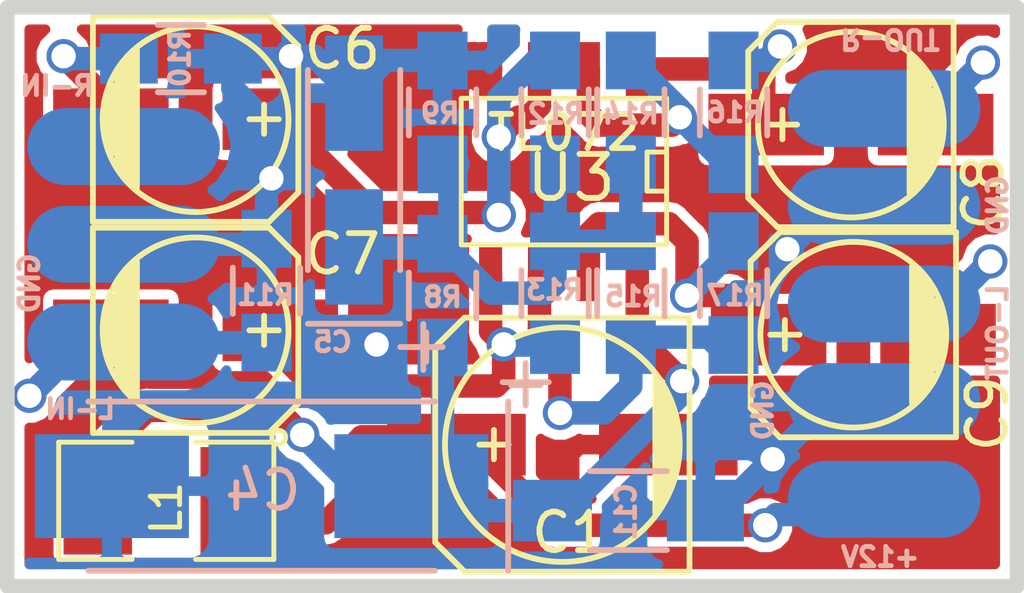
<source format=kicad_pcb>
(kicad_pcb (version 20171130) (host pcbnew 6.0.0-rc1-unknown-ce496ff~66~ubuntu16.04.1)

  (general
    (thickness 1.6002)
    (drawings 14)
    (tracks 197)
    (zones 0)
    (modules 22)
    (nets 15)
  )

  (page A4)
  (title_block
    (date "7 feb 2014")
  )

  (layers
    (0 Front signal)
    (31 Back signal)
    (32 B.Adhes user)
    (33 F.Adhes user)
    (34 B.Paste user)
    (35 F.Paste user)
    (36 B.SilkS user)
    (37 F.SilkS user)
    (38 B.Mask user)
    (39 F.Mask user)
    (40 Dwgs.User user hide)
    (41 Cmts.User user hide)
    (42 Eco1.User user hide)
    (43 Eco2.User user hide)
    (44 Edge.Cuts user)
  )

  (setup
    (last_trace_width 0.6096)
    (trace_clearance 0.254)
    (zone_clearance 0.254)
    (zone_45_only yes)
    (trace_min 0.2032)
    (via_size 0.889)
    (via_drill 0.635)
    (via_min_size 0.889)
    (via_min_drill 0.508)
    (uvia_size 0.508)
    (uvia_drill 0.127)
    (uvias_allowed no)
    (uvia_min_size 0.508)
    (uvia_min_drill 0.127)
    (edge_width 0.381)
    (segment_width 0.381)
    (pcb_text_width 0.3048)
    (pcb_text_size 1.524 2.032)
    (mod_edge_width 0.381)
    (mod_text_size 1.524 1.524)
    (mod_text_width 0.3048)
    (pad_size 5 2)
    (pad_drill 0)
    (pad_to_mask_clearance 0.254)
    (solder_mask_min_width 0.25)
    (aux_axis_origin 0 0)
    (visible_elements FFFFF66D)
    (pcbplotparams
      (layerselection 0x01030_ffffffff)
      (usegerberextensions false)
      (usegerberattributes false)
      (usegerberadvancedattributes false)
      (creategerberjobfile false)
      (excludeedgelayer true)
      (linewidth 0.150000)
      (plotframeref false)
      (viasonmask false)
      (mode 1)
      (useauxorigin false)
      (hpglpennumber 1)
      (hpglpenspeed 20)
      (hpglpendiameter 15.000000)
      (psnegative false)
      (psa4output false)
      (plotreference true)
      (plotvalue true)
      (plotinvisibletext false)
      (padsonsilk false)
      (subtractmaskfromsilk false)
      (outputformat 5)
      (mirror false)
      (drillshape 0)
      (scaleselection 1)
      (outputdirectory "/home/nail/tmp/"))
  )

  (net 0 "")
  (net 1 +12V)
  (net 2 AGND)
  (net 3 left_in)
  (net 4 left_out)
  (net 5 right_in)
  (net 6 right_out)
  (net 7 /12V_filtered)
  (net 8 /virtual_gnd)
  (net 9 "Net-(C8-Pad1)")
  (net 10 "Net-(C9-Pad1)")
  (net 11 "Net-(R14-Pad1)")
  (net 12 "Net-(R15-Pad2)")
  (net 13 "Net-(C6-Pad1)")
  (net 14 "Net-(C7-Pad1)")

  (net_class Default "This is the default net class."
    (clearance 0.254)
    (trace_width 0.6096)
    (via_dia 0.889)
    (via_drill 0.635)
    (uvia_dia 0.508)
    (uvia_drill 0.127)
    (add_net +12V)
    (add_net /12V_filtered)
    (add_net /virtual_gnd)
    (add_net AGND)
    (add_net "Net-(C6-Pad1)")
    (add_net "Net-(C7-Pad1)")
    (add_net "Net-(C8-Pad1)")
    (add_net "Net-(C9-Pad1)")
    (add_net "Net-(R14-Pad1)")
    (add_net "Net-(R15-Pad2)")
    (add_net left_in)
    (add_net left_out)
    (add_net right_in)
    (add_net right_out)
  )

  (net_class GND ""
    (clearance 0.254)
    (trace_width 1.39192)
    (via_dia 0.889)
    (via_drill 0.635)
    (uvia_dia 0.508)
    (uvia_drill 0.127)
  )

  (module Capacitors_SMD:C_1206_HandSoldering (layer Back) (tedit 58296C6B) (tstamp 5811949F)
    (at 204.7875 141.2875)
    (descr "Capacitor SMD 1206, hand soldering")
    (tags "capacitor 1206")
    (path /52E79ACE)
    (attr smd)
    (fp_text reference C11 (at -0.0635 0.03302 90) (layer B.SilkS)
      (effects (font (size 0.5 0.5) (thickness 0.125)) (justify mirror))
    )
    (fp_text value 100n (at 0 -2.3) (layer B.Fab)
      (effects (font (size 1 1) (thickness 0.15)) (justify mirror))
    )
    (fp_line (start -1.6 -0.8) (end -1.6 0.8) (layer B.Fab) (width 0.15))
    (fp_line (start 1.6 -0.8) (end -1.6 -0.8) (layer B.Fab) (width 0.15))
    (fp_line (start 1.6 0.8) (end 1.6 -0.8) (layer B.Fab) (width 0.15))
    (fp_line (start -1.6 0.8) (end 1.6 0.8) (layer B.Fab) (width 0.15))
    (fp_line (start -3.3 1.15) (end 3.3 1.15) (layer B.CrtYd) (width 0.05))
    (fp_line (start -3.3 -1.15) (end 3.3 -1.15) (layer B.CrtYd) (width 0.05))
    (fp_line (start -3.3 1.15) (end -3.3 -1.15) (layer B.CrtYd) (width 0.05))
    (fp_line (start 3.3 1.15) (end 3.3 -1.15) (layer B.CrtYd) (width 0.05))
    (fp_line (start 1 1.025) (end -1 1.025) (layer B.SilkS) (width 0.15))
    (fp_line (start -1 -1.025) (end 1 -1.025) (layer B.SilkS) (width 0.15))
    (pad 1 smd rect (at -2 0) (size 2 1.6) (layers Back B.Paste B.Mask)
      (net 7 /12V_filtered))
    (pad 2 smd rect (at 2 0) (size 2 1.6) (layers Back B.Paste B.Mask)
      (net 2 AGND))
    (model Capacitors_SMD.3dshapes/C_1206_HandSoldering.wrl
      (at (xyz 0 0 0))
      (scale (xyz 1 1 1))
      (rotate (xyz 0 0 0))
    )
  )

  (module Capacitors_Tantalum_SMD:TantalC_SizeA_EIA-3216_HandSoldering (layer Back) (tedit 58296ECA) (tstamp 58119494)
    (at 197.6628 132.4356 90)
    (descr "Tantal Cap. , Size A, EIA-3216, Hand Soldering,")
    (tags "Tantal Cap. , Size A, EIA-3216, Hand Soldering,")
    (path /52D3D19D)
    (attr smd)
    (fp_text reference C5 (at -4.4704 -0.5588 180) (layer B.SilkS)
      (effects (font (size 0.5 0.5) (thickness 0.125)) (justify mirror))
    )
    (fp_text value 2m2/16V (at -0.09906 -3.0988 90) (layer B.Fab)
      (effects (font (size 1 1) (thickness 0.15)) (justify mirror))
    )
    (fp_text user + (at -4.59994 1.80086 90) (layer B.SilkS)
      (effects (font (size 1 1) (thickness 0.15)) (justify mirror))
    )
    (fp_line (start -2.60096 -1.19888) (end 2.60096 -1.19888) (layer B.SilkS) (width 0.15))
    (fp_line (start 2.60096 1.19888) (end -2.60096 1.19888) (layer B.SilkS) (width 0.15))
    (fp_line (start -4.59994 2.2987) (end -4.59994 1.19888) (layer B.SilkS) (width 0.15))
    (fp_line (start -5.19938 1.79832) (end -4.0005 1.79832) (layer B.SilkS) (width 0.15))
    (fp_line (start -3.99542 1.19888) (end -3.99542 -1.19888) (layer B.SilkS) (width 0.15))
    (pad 2 smd rect (at 1.99898 0 90) (size 2.99974 1.50114) (layers Back B.Paste B.Mask)
      (net 2 AGND))
    (pad 1 smd rect (at -1.99898 0 90) (size 2.99974 1.50114) (layers Back B.Paste B.Mask)
      (net 8 /virtual_gnd))
    (model Capacitors_Tantalum_SMD.3dshapes/TantalC_SizeA_EIA-3216_HandSoldering.wrl
      (at (xyz 0 0 0))
      (scale (xyz 1 1 1))
      (rotate (xyz 0 0 180))
    )
  )

  (module Capacitors_SMD:c_elec_5x5.8 (layer Front) (tedit 58296D32) (tstamp 560E40E9)
    (at 210.6295 136.7155 180)
    (descr "SMT capacitor, aluminium electrolytic, 5x5.8")
    (path /52D3D123)
    (attr smd)
    (fp_text reference C9 (at -3.48234 -2.04978 270) (layer F.SilkS)
      (effects (font (size 1 1) (thickness 0.15)))
    )
    (fp_text value 47m/25V (at 0 3.81 180) (layer F.Fab)
      (effects (font (size 1 1) (thickness 0.15)))
    )
    (fp_line (start -3.95 -3) (end 3.95 -3) (layer F.CrtYd) (width 0.05))
    (fp_line (start 3.95 -3) (end 3.95 3) (layer F.CrtYd) (width 0.05))
    (fp_line (start 3.95 3) (end -3.95 3) (layer F.CrtYd) (width 0.05))
    (fp_line (start -3.95 3) (end -3.95 -3) (layer F.CrtYd) (width 0.05))
    (fp_line (start -2.286 -0.635) (end -2.286 0.762) (layer F.SilkS) (width 0.15))
    (fp_line (start -2.159 -0.889) (end -2.159 0.889) (layer F.SilkS) (width 0.15))
    (fp_line (start -2.032 -1.27) (end -2.032 1.27) (layer F.SilkS) (width 0.15))
    (fp_line (start -1.905 1.397) (end -1.905 -1.397) (layer F.SilkS) (width 0.15))
    (fp_line (start -1.778 -1.524) (end -1.778 1.524) (layer F.SilkS) (width 0.15))
    (fp_line (start -1.651 1.651) (end -1.651 -1.651) (layer F.SilkS) (width 0.15))
    (fp_line (start -1.524 -1.778) (end -1.524 1.778) (layer F.SilkS) (width 0.15))
    (fp_line (start -2.667 -2.667) (end 1.905 -2.667) (layer F.SilkS) (width 0.15))
    (fp_line (start 1.905 -2.667) (end 2.667 -1.905) (layer F.SilkS) (width 0.15))
    (fp_line (start 2.667 -1.905) (end 2.667 1.905) (layer F.SilkS) (width 0.15))
    (fp_line (start 2.667 1.905) (end 1.905 2.667) (layer F.SilkS) (width 0.15))
    (fp_line (start 1.905 2.667) (end -2.667 2.667) (layer F.SilkS) (width 0.15))
    (fp_line (start -2.667 2.667) (end -2.667 -2.667) (layer F.SilkS) (width 0.15))
    (fp_line (start 2.159 0) (end 1.397 0) (layer F.SilkS) (width 0.15))
    (fp_line (start 1.778 -0.381) (end 1.778 0.381) (layer F.SilkS) (width 0.15))
    (fp_circle (center 0 0) (end -2.413 0) (layer F.SilkS) (width 0.15))
    (pad 1 smd rect (at 2.19964 0 180) (size 2.99974 1.6002) (layers Front F.Paste F.Mask)
      (net 10 "Net-(C9-Pad1)"))
    (pad 2 smd rect (at -2.19964 0 180) (size 2.99974 1.6002) (layers Front F.Paste F.Mask)
      (net 4 left_out))
    (model Capacitors_SMD.3dshapes/c_elec_5x5.8.wrl
      (at (xyz 0 0 0))
      (scale (xyz 1 1 1))
      (rotate (xyz 0 0 0))
    )
  )

  (module Capacitors_SMD:c_elec_5x5.8 (layer Front) (tedit 58296D2C) (tstamp 560E40D0)
    (at 210.566 131.2545 180)
    (descr "SMT capacitor, aluminium electrolytic, 5x5.8")
    (path /52D3D12D)
    (attr smd)
    (fp_text reference C8 (at -3.44424 -1.76022 270) (layer F.SilkS)
      (effects (font (size 1 1) (thickness 0.15)))
    )
    (fp_text value 47m/25V (at 0 3.81 180) (layer F.Fab)
      (effects (font (size 1 1) (thickness 0.15)))
    )
    (fp_line (start -3.95 -3) (end 3.95 -3) (layer F.CrtYd) (width 0.05))
    (fp_line (start 3.95 -3) (end 3.95 3) (layer F.CrtYd) (width 0.05))
    (fp_line (start 3.95 3) (end -3.95 3) (layer F.CrtYd) (width 0.05))
    (fp_line (start -3.95 3) (end -3.95 -3) (layer F.CrtYd) (width 0.05))
    (fp_line (start -2.286 -0.635) (end -2.286 0.762) (layer F.SilkS) (width 0.15))
    (fp_line (start -2.159 -0.889) (end -2.159 0.889) (layer F.SilkS) (width 0.15))
    (fp_line (start -2.032 -1.27) (end -2.032 1.27) (layer F.SilkS) (width 0.15))
    (fp_line (start -1.905 1.397) (end -1.905 -1.397) (layer F.SilkS) (width 0.15))
    (fp_line (start -1.778 -1.524) (end -1.778 1.524) (layer F.SilkS) (width 0.15))
    (fp_line (start -1.651 1.651) (end -1.651 -1.651) (layer F.SilkS) (width 0.15))
    (fp_line (start -1.524 -1.778) (end -1.524 1.778) (layer F.SilkS) (width 0.15))
    (fp_line (start -2.667 -2.667) (end 1.905 -2.667) (layer F.SilkS) (width 0.15))
    (fp_line (start 1.905 -2.667) (end 2.667 -1.905) (layer F.SilkS) (width 0.15))
    (fp_line (start 2.667 -1.905) (end 2.667 1.905) (layer F.SilkS) (width 0.15))
    (fp_line (start 2.667 1.905) (end 1.905 2.667) (layer F.SilkS) (width 0.15))
    (fp_line (start 1.905 2.667) (end -2.667 2.667) (layer F.SilkS) (width 0.15))
    (fp_line (start -2.667 2.667) (end -2.667 -2.667) (layer F.SilkS) (width 0.15))
    (fp_line (start 2.159 0) (end 1.397 0) (layer F.SilkS) (width 0.15))
    (fp_line (start 1.778 -0.381) (end 1.778 0.381) (layer F.SilkS) (width 0.15))
    (fp_circle (center 0 0) (end -2.413 0) (layer F.SilkS) (width 0.15))
    (pad 1 smd rect (at 2.19964 0 180) (size 2.99974 1.6002) (layers Front F.Paste F.Mask)
      (net 9 "Net-(C8-Pad1)"))
    (pad 2 smd rect (at -2.19964 0 180) (size 2.99974 1.6002) (layers Front F.Paste F.Mask)
      (net 6 right_out))
    (model Capacitors_SMD.3dshapes/c_elec_5x5.8.wrl
      (at (xyz 0 0 0))
      (scale (xyz 1 1 1))
      (rotate (xyz 0 0 0))
    )
  )

  (module Capacitors_SMD:c_elec_5x5.8 (layer Front) (tedit 58296D47) (tstamp 560E40B7)
    (at 193.548 136.6012)
    (descr "SMT capacitor, aluminium electrolytic, 5x5.8")
    (path /52D3C91A)
    (attr smd)
    (fp_text reference C7 (at 3.81 -1.9812) (layer F.SilkS)
      (effects (font (size 1 1) (thickness 0.15)))
    )
    (fp_text value 10m/16V (at 0 3.81) (layer F.Fab)
      (effects (font (size 1 1) (thickness 0.15)))
    )
    (fp_line (start -3.95 -3) (end 3.95 -3) (layer F.CrtYd) (width 0.05))
    (fp_line (start 3.95 -3) (end 3.95 3) (layer F.CrtYd) (width 0.05))
    (fp_line (start 3.95 3) (end -3.95 3) (layer F.CrtYd) (width 0.05))
    (fp_line (start -3.95 3) (end -3.95 -3) (layer F.CrtYd) (width 0.05))
    (fp_line (start -2.286 -0.635) (end -2.286 0.762) (layer F.SilkS) (width 0.15))
    (fp_line (start -2.159 -0.889) (end -2.159 0.889) (layer F.SilkS) (width 0.15))
    (fp_line (start -2.032 -1.27) (end -2.032 1.27) (layer F.SilkS) (width 0.15))
    (fp_line (start -1.905 1.397) (end -1.905 -1.397) (layer F.SilkS) (width 0.15))
    (fp_line (start -1.778 -1.524) (end -1.778 1.524) (layer F.SilkS) (width 0.15))
    (fp_line (start -1.651 1.651) (end -1.651 -1.651) (layer F.SilkS) (width 0.15))
    (fp_line (start -1.524 -1.778) (end -1.524 1.778) (layer F.SilkS) (width 0.15))
    (fp_line (start -2.667 -2.667) (end 1.905 -2.667) (layer F.SilkS) (width 0.15))
    (fp_line (start 1.905 -2.667) (end 2.667 -1.905) (layer F.SilkS) (width 0.15))
    (fp_line (start 2.667 -1.905) (end 2.667 1.905) (layer F.SilkS) (width 0.15))
    (fp_line (start 2.667 1.905) (end 1.905 2.667) (layer F.SilkS) (width 0.15))
    (fp_line (start 1.905 2.667) (end -2.667 2.667) (layer F.SilkS) (width 0.15))
    (fp_line (start -2.667 2.667) (end -2.667 -2.667) (layer F.SilkS) (width 0.15))
    (fp_line (start 2.159 0) (end 1.397 0) (layer F.SilkS) (width 0.15))
    (fp_line (start 1.778 -0.381) (end 1.778 0.381) (layer F.SilkS) (width 0.15))
    (fp_circle (center 0 0) (end -2.413 0) (layer F.SilkS) (width 0.15))
    (pad 1 smd rect (at 2.19964 0) (size 2.99974 1.6002) (layers Front F.Paste F.Mask)
      (net 14 "Net-(C7-Pad1)"))
    (pad 2 smd rect (at -2.19964 0) (size 2.99974 1.6002) (layers Front F.Paste F.Mask)
      (net 3 left_in))
    (model Capacitors_SMD.3dshapes/c_elec_5x5.8.wrl
      (at (xyz 0 0 0))
      (scale (xyz 1 1 1))
      (rotate (xyz 0 0 0))
    )
  )

  (module Capacitors_SMD:c_elec_5x5.8 (layer Front) (tedit 58296D4C) (tstamp 560E409E)
    (at 193.548 131.1148)
    (descr "SMT capacitor, aluminium electrolytic, 5x5.8")
    (path /52D3C8BA)
    (attr smd)
    (fp_text reference C6 (at 3.81 -1.8288) (layer F.SilkS)
      (effects (font (size 1 1) (thickness 0.15)))
    )
    (fp_text value 10m/16V (at 0 3.81) (layer F.Fab)
      (effects (font (size 1 1) (thickness 0.15)))
    )
    (fp_line (start -3.95 -3) (end 3.95 -3) (layer F.CrtYd) (width 0.05))
    (fp_line (start 3.95 -3) (end 3.95 3) (layer F.CrtYd) (width 0.05))
    (fp_line (start 3.95 3) (end -3.95 3) (layer F.CrtYd) (width 0.05))
    (fp_line (start -3.95 3) (end -3.95 -3) (layer F.CrtYd) (width 0.05))
    (fp_line (start -2.286 -0.635) (end -2.286 0.762) (layer F.SilkS) (width 0.15))
    (fp_line (start -2.159 -0.889) (end -2.159 0.889) (layer F.SilkS) (width 0.15))
    (fp_line (start -2.032 -1.27) (end -2.032 1.27) (layer F.SilkS) (width 0.15))
    (fp_line (start -1.905 1.397) (end -1.905 -1.397) (layer F.SilkS) (width 0.15))
    (fp_line (start -1.778 -1.524) (end -1.778 1.524) (layer F.SilkS) (width 0.15))
    (fp_line (start -1.651 1.651) (end -1.651 -1.651) (layer F.SilkS) (width 0.15))
    (fp_line (start -1.524 -1.778) (end -1.524 1.778) (layer F.SilkS) (width 0.15))
    (fp_line (start -2.667 -2.667) (end 1.905 -2.667) (layer F.SilkS) (width 0.15))
    (fp_line (start 1.905 -2.667) (end 2.667 -1.905) (layer F.SilkS) (width 0.15))
    (fp_line (start 2.667 -1.905) (end 2.667 1.905) (layer F.SilkS) (width 0.15))
    (fp_line (start 2.667 1.905) (end 1.905 2.667) (layer F.SilkS) (width 0.15))
    (fp_line (start 1.905 2.667) (end -2.667 2.667) (layer F.SilkS) (width 0.15))
    (fp_line (start -2.667 2.667) (end -2.667 -2.667) (layer F.SilkS) (width 0.15))
    (fp_line (start 2.159 0) (end 1.397 0) (layer F.SilkS) (width 0.15))
    (fp_line (start 1.778 -0.381) (end 1.778 0.381) (layer F.SilkS) (width 0.15))
    (fp_circle (center 0 0) (end -2.413 0) (layer F.SilkS) (width 0.15))
    (pad 1 smd rect (at 2.19964 0) (size 2.99974 1.6002) (layers Front F.Paste F.Mask)
      (net 13 "Net-(C6-Pad1)"))
    (pad 2 smd rect (at -2.19964 0) (size 2.99974 1.6002) (layers Front F.Paste F.Mask)
      (net 5 right_in))
    (model Capacitors_SMD.3dshapes/c_elec_5x5.8.wrl
      (at (xyz 0 0 0))
      (scale (xyz 1 1 1))
      (rotate (xyz 0 0 0))
    )
  )

  (module Capacitors_Tantalum_SMD:TantalC_SizeD_EIA-7343_HandSoldering (layer Back) (tedit 58296C1A) (tstamp 560E4088)
    (at 195.2625 140.6525 180)
    (descr "Tantal Cap. , Size D, EIA-7343, Hand Soldering,")
    (tags "Tantal Cap. , Size D, EIA-7343, Hand Soldering,")
    (path /52E56B09)
    (attr smd)
    (fp_text reference C4 (at -0.03302 -0.10922 180) (layer B.SilkS)
      (effects (font (size 1 1) (thickness 0.15)) (justify mirror))
    )
    (fp_text value 47m/25V (at -0.09906 -3.59918 180) (layer B.Fab)
      (effects (font (size 1 1) (thickness 0.15)) (justify mirror))
    )
    (fp_line (start -6.40334 2.19964) (end -6.40334 -2.19964) (layer B.SilkS) (width 0.15))
    (fp_line (start -4.50088 -2.19964) (end 4.50088 -2.19964) (layer B.SilkS) (width 0.15))
    (fp_line (start 4.50088 2.19964) (end -4.50088 2.19964) (layer B.SilkS) (width 0.15))
    (fp_text user + (at -6.85546 2.70002 180) (layer B.SilkS)
      (effects (font (size 1 1) (thickness 0.15)) (justify mirror))
    )
    (fp_line (start -6.858 3.20294) (end -6.858 2.10312) (layer B.SilkS) (width 0.15))
    (fp_line (start -7.45744 2.70256) (end -6.25856 2.70256) (layer B.SilkS) (width 0.15))
    (pad 2 smd rect (at 3.88874 0 180) (size 4.0005 2.70002) (layers Back B.Paste B.Mask)
      (net 2 AGND))
    (pad 1 smd rect (at -3.88874 0 180) (size 4.0005 2.70002) (layers Back B.Paste B.Mask)
      (net 7 /12V_filtered))
    (model Capacitors_Tantalum_SMD.3dshapes/TantalC_SizeD_EIA-7343_HandSoldering.wrl
      (at (xyz 0 0 0))
      (scale (xyz 1 1 1))
      (rotate (xyz 0 0 180))
    )
  )

  (module Capacitors_SMD:c_elec_6.3x7.7 (layer Front) (tedit 56210AFE) (tstamp 560E405A)
    (at 203.073 139.573 180)
    (descr "SMT capacitor, aluminium electrolytic, 6.3x7.7")
    (path /52E771C6)
    (attr smd)
    (fp_text reference C1 (at -0.1905 -2.286 180) (layer F.SilkS)
      (effects (font (size 1 1) (thickness 0.15)))
    )
    (fp_text value 100m/25V (at 0 4.318 180) (layer F.Fab)
      (effects (font (size 1 1) (thickness 0.15)))
    )
    (fp_line (start -4.85 -3.55) (end 4.85 -3.55) (layer F.CrtYd) (width 0.05))
    (fp_line (start 4.85 -3.55) (end 4.85 3.55) (layer F.CrtYd) (width 0.05))
    (fp_line (start 4.85 3.55) (end -4.85 3.55) (layer F.CrtYd) (width 0.05))
    (fp_line (start -4.85 3.55) (end -4.85 -3.55) (layer F.CrtYd) (width 0.05))
    (fp_line (start -2.921 -0.762) (end -2.921 0.762) (layer F.SilkS) (width 0.15))
    (fp_line (start -2.794 1.143) (end -2.794 -1.143) (layer F.SilkS) (width 0.15))
    (fp_line (start -2.667 -1.397) (end -2.667 1.397) (layer F.SilkS) (width 0.15))
    (fp_line (start -2.54 1.651) (end -2.54 -1.651) (layer F.SilkS) (width 0.15))
    (fp_line (start -2.413 -1.778) (end -2.413 1.778) (layer F.SilkS) (width 0.15))
    (fp_line (start -3.302 -3.302) (end -3.302 3.302) (layer F.SilkS) (width 0.15))
    (fp_line (start -3.302 3.302) (end 2.54 3.302) (layer F.SilkS) (width 0.15))
    (fp_line (start 2.54 3.302) (end 3.302 2.54) (layer F.SilkS) (width 0.15))
    (fp_line (start 3.302 2.54) (end 3.302 -2.54) (layer F.SilkS) (width 0.15))
    (fp_line (start 3.302 -2.54) (end 2.54 -3.302) (layer F.SilkS) (width 0.15))
    (fp_line (start 2.54 -3.302) (end -3.302 -3.302) (layer F.SilkS) (width 0.15))
    (fp_line (start 2.159 0) (end 1.397 0) (layer F.SilkS) (width 0.15))
    (fp_line (start 1.778 -0.381) (end 1.778 0.381) (layer F.SilkS) (width 0.15))
    (fp_circle (center 0 0) (end -3.048 0) (layer F.SilkS) (width 0.15))
    (pad 1 smd rect (at 2.75082 0 180) (size 3.59918 1.6002) (layers Front F.Paste F.Mask)
      (net 1 +12V))
    (pad 2 smd rect (at -2.75082 0 180) (size 3.59918 1.6002) (layers Front F.Paste F.Mask)
      (net 2 AGND))
    (model Capacitors_SMD.3dshapes/c_elec_6.3x7.7.wrl
      (at (xyz 0 0 0))
      (scale (xyz 1 1 1))
      (rotate (xyz 0 0 0))
    )
  )

  (module SO8E (layer Front) (tedit 56210B2E) (tstamp 52D3EDCE)
    (at 203.11364 132.47624 180)
    (descr "module CMS SOJ 8 pins etroit")
    (tags "CMS SOJ")
    (path /52D3B907)
    (attr smd)
    (fp_text reference U3 (at -0.18796 -0.16256 180) (layer F.SilkS)
      (effects (font (size 1.143 1.143) (thickness 0.1524)))
    )
    (fp_text value TL072 (at 0 1.016 180) (layer F.SilkS)
      (effects (font (size 0.889 0.889) (thickness 0.1524)))
    )
    (fp_line (start -2.667 1.778) (end -2.667 1.905) (layer F.SilkS) (width 0.127))
    (fp_line (start -2.667 1.905) (end 2.667 1.905) (layer F.SilkS) (width 0.127))
    (fp_line (start 2.667 -1.905) (end -2.667 -1.905) (layer F.SilkS) (width 0.127))
    (fp_line (start -2.667 -1.905) (end -2.667 1.778) (layer F.SilkS) (width 0.127))
    (fp_line (start -2.667 -0.508) (end -2.159 -0.508) (layer F.SilkS) (width 0.127))
    (fp_line (start -2.159 -0.508) (end -2.159 0.508) (layer F.SilkS) (width 0.127))
    (fp_line (start -2.159 0.508) (end -2.667 0.508) (layer F.SilkS) (width 0.127))
    (fp_line (start 2.667 -1.905) (end 2.667 1.905) (layer F.SilkS) (width 0.127))
    (pad 8 smd rect (at -1.905 -2.667 180) (size 0.59944 1.39954) (layers Front F.Paste F.Mask)
      (net 7 /12V_filtered))
    (pad 1 smd rect (at -1.905 2.667 180) (size 0.59944 1.39954) (layers Front F.Paste F.Mask)
      (net 9 "Net-(C8-Pad1)"))
    (pad 7 smd rect (at -0.635 -2.667 180) (size 0.59944 1.39954) (layers Front F.Paste F.Mask)
      (net 10 "Net-(C9-Pad1)"))
    (pad 6 smd rect (at 0.635 -2.667 180) (size 0.59944 1.39954) (layers Front F.Paste F.Mask)
      (net 12 "Net-(R15-Pad2)"))
    (pad 5 smd rect (at 1.905 -2.667 180) (size 0.59944 1.39954) (layers Front F.Paste F.Mask)
      (net 14 "Net-(C7-Pad1)"))
    (pad 2 smd rect (at -0.635 2.667 180) (size 0.59944 1.39954) (layers Front F.Paste F.Mask)
      (net 11 "Net-(R14-Pad1)"))
    (pad 3 smd rect (at 0.635 2.667 180) (size 0.59944 1.39954) (layers Front F.Paste F.Mask)
      (net 13 "Net-(C6-Pad1)"))
    (pad 4 smd rect (at 1.905 2.667 180) (size 0.59944 1.39954) (layers Front F.Paste F.Mask)
      (net 2 AGND))
    (model Housings_SOIC.3dshapes/SOIC-8_3.9x4.9mm_Pitch1.27mm.wrl
      (at (xyz 0 0 0))
      (scale (xyz 1 1 1))
      (rotate (xyz 0 0 90))
    )
  )

  (module SM1210L (layer Front) (tedit 58296D7F) (tstamp 52E77824)
    (at 192.786 141.0335 180)
    (tags "CMS SM")
    (path /52E771D7)
    (attr smd)
    (fp_text reference L1 (at 0 -0.1905 270) (layer F.SilkS)
      (effects (font (size 0.762 0.762) (thickness 0.127)))
    )
    (fp_text value 330uH (at 0 0.635 180) (layer F.SilkS) hide
      (effects (font (size 0.889 0.762) (thickness 0.127)))
    )
    (fp_circle (center -2.921 1.651) (end -2.794 1.524) (layer F.SilkS) (width 0.127))
    (fp_line (start 0.889 1.524) (end 2.794 1.524) (layer F.SilkS) (width 0.127))
    (fp_line (start 2.794 1.524) (end 2.794 -1.524) (layer F.SilkS) (width 0.127))
    (fp_line (start 2.794 -1.524) (end 0.889 -1.524) (layer F.SilkS) (width 0.127))
    (fp_line (start -0.762 -1.524) (end -2.794 -1.524) (layer F.SilkS) (width 0.127))
    (fp_line (start -2.794 -1.524) (end -2.794 1.524) (layer F.SilkS) (width 0.127))
    (fp_line (start -2.794 1.524) (end -0.762 1.524) (layer F.SilkS) (width 0.127))
    (pad 1 smd rect (at -1.778 0 180) (size 1.778 2.794) (layers Front F.Paste F.Mask)
      (net 1 +12V))
    (pad 2 smd rect (at 1.778 0 180) (size 1.778 2.794) (layers Front F.Paste F.Mask)
      (net 7 /12V_filtered))
    (model SMD_Packages.3dshapes/SMD-1210.wrl
      (at (xyz 0 0 0))
      (scale (xyz 0.2 0.2 0.2))
      (rotate (xyz 0 0 0))
    )
  )

  (module Resistors_SMD:R_0805_HandSoldering (layer Back) (tedit 58296BE0) (tstamp 581194D2)
    (at 199.9615 135.6995 270)
    (descr "Resistor SMD 0805, hand soldering")
    (tags "resistor 0805")
    (path /52D3D16C)
    (attr smd)
    (fp_text reference R8 (at 0.0381 0) (layer B.SilkS)
      (effects (font (size 0.5 0.5) (thickness 0.125)) (justify mirror))
    )
    (fp_text value 10k (at 0 -2.1 270) (layer B.Fab)
      (effects (font (size 1 1) (thickness 0.15)) (justify mirror))
    )
    (fp_line (start -2.4 1) (end 2.4 1) (layer B.CrtYd) (width 0.05))
    (fp_line (start -2.4 -1) (end 2.4 -1) (layer B.CrtYd) (width 0.05))
    (fp_line (start -2.4 1) (end -2.4 -1) (layer B.CrtYd) (width 0.05))
    (fp_line (start 2.4 1) (end 2.4 -1) (layer B.CrtYd) (width 0.05))
    (fp_line (start 0.6 -0.875) (end -0.6 -0.875) (layer B.SilkS) (width 0.15))
    (fp_line (start -0.6 0.875) (end 0.6 0.875) (layer B.SilkS) (width 0.15))
    (pad 1 smd rect (at -1.35 0 270) (size 1.5 1.3) (layers Back B.Paste B.Mask)
      (net 8 /virtual_gnd))
    (pad 2 smd rect (at 1.35 0 270) (size 1.5 1.3) (layers Back B.Paste B.Mask)
      (net 7 /12V_filtered))
    (model Resistors_SMD.3dshapes/R_0805_HandSoldering.wrl
      (at (xyz 0 0 0))
      (scale (xyz 1 1 1))
      (rotate (xyz 0 0 0))
    )
  )

  (module Resistors_SMD:R_0805_HandSoldering (layer Back) (tedit 58296BCF) (tstamp 581194DD)
    (at 199.9615 130.937 270)
    (descr "Resistor SMD 0805, hand soldering")
    (tags "resistor 0805")
    (path /52D3D170)
    (attr smd)
    (fp_text reference R9 (at 0.0254 0.0635) (layer B.SilkS)
      (effects (font (size 0.5 0.5) (thickness 0.125)) (justify mirror))
    )
    (fp_text value 10k (at 0 -2.1 270) (layer B.Fab)
      (effects (font (size 1 1) (thickness 0.15)) (justify mirror))
    )
    (fp_line (start -2.4 1) (end 2.4 1) (layer B.CrtYd) (width 0.05))
    (fp_line (start -2.4 -1) (end 2.4 -1) (layer B.CrtYd) (width 0.05))
    (fp_line (start -2.4 1) (end -2.4 -1) (layer B.CrtYd) (width 0.05))
    (fp_line (start 2.4 1) (end 2.4 -1) (layer B.CrtYd) (width 0.05))
    (fp_line (start 0.6 -0.875) (end -0.6 -0.875) (layer B.SilkS) (width 0.15))
    (fp_line (start -0.6 0.875) (end 0.6 0.875) (layer B.SilkS) (width 0.15))
    (pad 1 smd rect (at -1.35 0 270) (size 1.5 1.3) (layers Back B.Paste B.Mask)
      (net 2 AGND))
    (pad 2 smd rect (at 1.35 0 270) (size 1.5 1.3) (layers Back B.Paste B.Mask)
      (net 8 /virtual_gnd))
    (model Resistors_SMD.3dshapes/R_0805_HandSoldering.wrl
      (at (xyz 0 0 0))
      (scale (xyz 1 1 1))
      (rotate (xyz 0 0 0))
    )
  )

  (module Resistors_SMD:R_0805_HandSoldering (layer Back) (tedit 58296BBA) (tstamp 581194E8)
    (at 193.167 129.54 180)
    (descr "Resistor SMD 0805, hand soldering")
    (tags "resistor 0805")
    (path /52D3CF9C)
    (attr smd)
    (fp_text reference R10 (at 0.0254 0 270) (layer B.SilkS)
      (effects (font (size 0.5 0.5) (thickness 0.125)) (justify mirror))
    )
    (fp_text value 10k (at 0 -2.1 180) (layer B.Fab)
      (effects (font (size 1 1) (thickness 0.15)) (justify mirror))
    )
    (fp_line (start -2.4 1) (end 2.4 1) (layer B.CrtYd) (width 0.05))
    (fp_line (start -2.4 -1) (end 2.4 -1) (layer B.CrtYd) (width 0.05))
    (fp_line (start -2.4 1) (end -2.4 -1) (layer B.CrtYd) (width 0.05))
    (fp_line (start 2.4 1) (end 2.4 -1) (layer B.CrtYd) (width 0.05))
    (fp_line (start 0.6 -0.875) (end -0.6 -0.875) (layer B.SilkS) (width 0.15))
    (fp_line (start -0.6 0.875) (end 0.6 0.875) (layer B.SilkS) (width 0.15))
    (pad 1 smd rect (at -1.35 0 180) (size 1.5 1.3) (layers Back B.Paste B.Mask)
      (net 2 AGND))
    (pad 2 smd rect (at 1.35 0 180) (size 1.5 1.3) (layers Back B.Paste B.Mask)
      (net 5 right_in))
    (model Resistors_SMD.3dshapes/R_0805_HandSoldering.wrl
      (at (xyz 0 0 0))
      (scale (xyz 1 1 1))
      (rotate (xyz 0 0 0))
    )
  )

  (module Resistors_SMD:R_0805_HandSoldering (layer Back) (tedit 58296C3A) (tstamp 581194F3)
    (at 195.3895 135.5725 270)
    (descr "Resistor SMD 0805, hand soldering")
    (tags "resistor 0805")
    (path /52D3CF9F)
    (attr smd)
    (fp_text reference R11 (at 0.1143 0.02794) (layer B.SilkS)
      (effects (font (size 0.5 0.5) (thickness 0.125)) (justify mirror))
    )
    (fp_text value 10k (at 0 -2.1 270) (layer B.Fab)
      (effects (font (size 1 1) (thickness 0.15)) (justify mirror))
    )
    (fp_line (start -2.4 1) (end 2.4 1) (layer B.CrtYd) (width 0.05))
    (fp_line (start -2.4 -1) (end 2.4 -1) (layer B.CrtYd) (width 0.05))
    (fp_line (start -2.4 1) (end -2.4 -1) (layer B.CrtYd) (width 0.05))
    (fp_line (start 2.4 1) (end 2.4 -1) (layer B.CrtYd) (width 0.05))
    (fp_line (start 0.6 -0.875) (end -0.6 -0.875) (layer B.SilkS) (width 0.15))
    (fp_line (start -0.6 0.875) (end 0.6 0.875) (layer B.SilkS) (width 0.15))
    (pad 1 smd rect (at -1.35 0 270) (size 1.5 1.3) (layers Back B.Paste B.Mask)
      (net 2 AGND))
    (pad 2 smd rect (at 1.35 0 270) (size 1.5 1.3) (layers Back B.Paste B.Mask)
      (net 3 left_in))
    (model Resistors_SMD.3dshapes/R_0805_HandSoldering.wrl
      (at (xyz 0 0 0))
      (scale (xyz 1 1 1))
      (rotate (xyz 0 0 0))
    )
  )

  (module Resistors_SMD:R_0805_HandSoldering (layer Back) (tedit 58296C46) (tstamp 581194FE)
    (at 202.8825 130.937 270)
    (descr "Resistor SMD 0805, hand soldering")
    (tags "resistor 0805")
    (path /52D3CF88)
    (attr smd)
    (fp_text reference R12 (at 0.0381 -0.0254) (layer B.SilkS)
      (effects (font (size 0.5 0.5) (thickness 0.125)) (justify mirror))
    )
    (fp_text value 100k (at 0 -2.1 270) (layer B.Fab)
      (effects (font (size 1 1) (thickness 0.15)) (justify mirror))
    )
    (fp_line (start -2.4 1) (end 2.4 1) (layer B.CrtYd) (width 0.05))
    (fp_line (start -2.4 -1) (end 2.4 -1) (layer B.CrtYd) (width 0.05))
    (fp_line (start -2.4 1) (end -2.4 -1) (layer B.CrtYd) (width 0.05))
    (fp_line (start 2.4 1) (end 2.4 -1) (layer B.CrtYd) (width 0.05))
    (fp_line (start 0.6 -0.875) (end -0.6 -0.875) (layer B.SilkS) (width 0.15))
    (fp_line (start -0.6 0.875) (end 0.6 0.875) (layer B.SilkS) (width 0.15))
    (pad 1 smd rect (at -1.35 0 270) (size 1.5 1.3) (layers Back B.Paste B.Mask)
      (net 13 "Net-(C6-Pad1)"))
    (pad 2 smd rect (at 1.35 0 270) (size 1.5 1.3) (layers Back B.Paste B.Mask)
      (net 8 /virtual_gnd))
    (model Resistors_SMD.3dshapes/R_0805_HandSoldering.wrl
      (at (xyz 0 0 0))
      (scale (xyz 1 1 1))
      (rotate (xyz 0 0 0))
    )
  )

  (module Resistors_SMD:R_0805_HandSoldering (layer Back) (tedit 58296C51) (tstamp 58119509)
    (at 202.8825 135.636 90)
    (descr "Resistor SMD 0805, hand soldering")
    (tags "resistor 0805")
    (path /52D3CF91)
    (attr smd)
    (fp_text reference R13 (at 0.08636 -0.0127 180) (layer B.SilkS)
      (effects (font (size 0.5 0.5) (thickness 0.125)) (justify mirror))
    )
    (fp_text value 100k (at 0 -2.1 90) (layer B.Fab)
      (effects (font (size 1 1) (thickness 0.15)) (justify mirror))
    )
    (fp_line (start -2.4 1) (end 2.4 1) (layer B.CrtYd) (width 0.05))
    (fp_line (start -2.4 -1) (end 2.4 -1) (layer B.CrtYd) (width 0.05))
    (fp_line (start -2.4 1) (end -2.4 -1) (layer B.CrtYd) (width 0.05))
    (fp_line (start 2.4 1) (end 2.4 -1) (layer B.CrtYd) (width 0.05))
    (fp_line (start 0.6 -0.875) (end -0.6 -0.875) (layer B.SilkS) (width 0.15))
    (fp_line (start -0.6 0.875) (end 0.6 0.875) (layer B.SilkS) (width 0.15))
    (pad 1 smd rect (at -1.35 0 90) (size 1.5 1.3) (layers Back B.Paste B.Mask)
      (net 14 "Net-(C7-Pad1)"))
    (pad 2 smd rect (at 1.35 0 90) (size 1.5 1.3) (layers Back B.Paste B.Mask)
      (net 8 /virtual_gnd))
    (model Resistors_SMD.3dshapes/R_0805_HandSoldering.wrl
      (at (xyz 0 0 0))
      (scale (xyz 1 1 1))
      (rotate (xyz 0 0 0))
    )
  )

  (module Resistors_SMD:R_0805_HandSoldering (layer Back) (tedit 58296C4B) (tstamp 58119514)
    (at 204.851 130.937 270)
    (descr "Resistor SMD 0805, hand soldering")
    (tags "resistor 0805")
    (path /52D3CE47)
    (attr smd)
    (fp_text reference R14 (at 0.0381 0.0127) (layer B.SilkS)
      (effects (font (size 0.5 0.5) (thickness 0.125)) (justify mirror))
    )
    (fp_text value 100k (at 0 -2.1 270) (layer B.Fab)
      (effects (font (size 1 1) (thickness 0.15)) (justify mirror))
    )
    (fp_line (start -2.4 1) (end 2.4 1) (layer B.CrtYd) (width 0.05))
    (fp_line (start -2.4 -1) (end 2.4 -1) (layer B.CrtYd) (width 0.05))
    (fp_line (start -2.4 1) (end -2.4 -1) (layer B.CrtYd) (width 0.05))
    (fp_line (start 2.4 1) (end 2.4 -1) (layer B.CrtYd) (width 0.05))
    (fp_line (start 0.6 -0.875) (end -0.6 -0.875) (layer B.SilkS) (width 0.15))
    (fp_line (start -0.6 0.875) (end 0.6 0.875) (layer B.SilkS) (width 0.15))
    (pad 1 smd rect (at -1.35 0 270) (size 1.5 1.3) (layers Back B.Paste B.Mask)
      (net 11 "Net-(R14-Pad1)"))
    (pad 2 smd rect (at 1.35 0 270) (size 1.5 1.3) (layers Back B.Paste B.Mask)
      (net 8 /virtual_gnd))
    (model Resistors_SMD.3dshapes/R_0805_HandSoldering.wrl
      (at (xyz 0 0 0))
      (scale (xyz 1 1 1))
      (rotate (xyz 0 0 0))
    )
  )

  (module Resistors_SMD:R_0805_HandSoldering (layer Back) (tedit 58296C56) (tstamp 5811951F)
    (at 204.851 135.636 270)
    (descr "Resistor SMD 0805, hand soldering")
    (tags "resistor 0805")
    (path /52D3CE54)
    (attr smd)
    (fp_text reference R15 (at 0.08636 -0.06604) (layer B.SilkS)
      (effects (font (size 0.5 0.5) (thickness 0.125)) (justify mirror))
    )
    (fp_text value 100k (at 0 -2.1 270) (layer B.Fab)
      (effects (font (size 1 1) (thickness 0.15)) (justify mirror))
    )
    (fp_line (start -2.4 1) (end 2.4 1) (layer B.CrtYd) (width 0.05))
    (fp_line (start -2.4 -1) (end 2.4 -1) (layer B.CrtYd) (width 0.05))
    (fp_line (start -2.4 1) (end -2.4 -1) (layer B.CrtYd) (width 0.05))
    (fp_line (start 2.4 1) (end 2.4 -1) (layer B.CrtYd) (width 0.05))
    (fp_line (start 0.6 -0.875) (end -0.6 -0.875) (layer B.SilkS) (width 0.15))
    (fp_line (start -0.6 0.875) (end 0.6 0.875) (layer B.SilkS) (width 0.15))
    (pad 1 smd rect (at -1.35 0 270) (size 1.5 1.3) (layers Back B.Paste B.Mask)
      (net 8 /virtual_gnd))
    (pad 2 smd rect (at 1.35 0 270) (size 1.5 1.3) (layers Back B.Paste B.Mask)
      (net 12 "Net-(R15-Pad2)"))
    (model Resistors_SMD.3dshapes/R_0805_HandSoldering.wrl
      (at (xyz 0 0 0))
      (scale (xyz 1 1 1))
      (rotate (xyz 0 0 0))
    )
  )

  (module Resistors_SMD:R_0805_HandSoldering (layer Back) (tedit 58296C5D) (tstamp 5811952A)
    (at 207.518 130.937 90)
    (descr "Resistor SMD 0805, hand soldering")
    (tags "resistor 0805")
    (path /52D3CE2F)
    (attr smd)
    (fp_text reference R16 (at 0 0.0381 180) (layer B.SilkS)
      (effects (font (size 0.5 0.5) (thickness 0.125)) (justify mirror))
    )
    (fp_text value 2M2 (at 0 -2.1 90) (layer B.Fab)
      (effects (font (size 1 1) (thickness 0.15)) (justify mirror))
    )
    (fp_line (start -2.4 1) (end 2.4 1) (layer B.CrtYd) (width 0.05))
    (fp_line (start -2.4 -1) (end 2.4 -1) (layer B.CrtYd) (width 0.05))
    (fp_line (start -2.4 1) (end -2.4 -1) (layer B.CrtYd) (width 0.05))
    (fp_line (start 2.4 1) (end 2.4 -1) (layer B.CrtYd) (width 0.05))
    (fp_line (start 0.6 -0.875) (end -0.6 -0.875) (layer B.SilkS) (width 0.15))
    (fp_line (start -0.6 0.875) (end 0.6 0.875) (layer B.SilkS) (width 0.15))
    (pad 1 smd rect (at -1.35 0 90) (size 1.5 1.3) (layers Back B.Paste B.Mask)
      (net 11 "Net-(R14-Pad1)"))
    (pad 2 smd rect (at 1.35 0 90) (size 1.5 1.3) (layers Back B.Paste B.Mask)
      (net 9 "Net-(C8-Pad1)"))
    (model Resistors_SMD.3dshapes/R_0805_HandSoldering.wrl
      (at (xyz 0 0 0))
      (scale (xyz 1 1 1))
      (rotate (xyz 0 0 0))
    )
  )

  (module Resistors_SMD:R_0805_HandSoldering (layer Back) (tedit 58296C62) (tstamp 58119535)
    (at 207.518 135.636 90)
    (descr "Resistor SMD 0805, hand soldering")
    (tags "resistor 0805")
    (path /52D3CE44)
    (attr smd)
    (fp_text reference R17 (at -0.0635 0.0381 180) (layer B.SilkS)
      (effects (font (size 0.5 0.5) (thickness 0.125)) (justify mirror))
    )
    (fp_text value 2M2 (at 0 -2.1 90) (layer B.Fab)
      (effects (font (size 1 1) (thickness 0.15)) (justify mirror))
    )
    (fp_line (start -2.4 1) (end 2.4 1) (layer B.CrtYd) (width 0.05))
    (fp_line (start -2.4 -1) (end 2.4 -1) (layer B.CrtYd) (width 0.05))
    (fp_line (start -2.4 1) (end -2.4 -1) (layer B.CrtYd) (width 0.05))
    (fp_line (start 2.4 1) (end 2.4 -1) (layer B.CrtYd) (width 0.05))
    (fp_line (start 0.6 -0.875) (end -0.6 -0.875) (layer B.SilkS) (width 0.15))
    (fp_line (start -0.6 0.875) (end 0.6 0.875) (layer B.SilkS) (width 0.15))
    (pad 1 smd rect (at -1.35 0 90) (size 1.5 1.3) (layers Back B.Paste B.Mask)
      (net 12 "Net-(R15-Pad2)"))
    (pad 2 smd rect (at 1.35 0 90) (size 1.5 1.3) (layers Back B.Paste B.Mask)
      (net 10 "Net-(C9-Pad1)"))
    (model Resistors_SMD.3dshapes/R_0805_HandSoldering.wrl
      (at (xyz 0 0 0))
      (scale (xyz 1 1 1))
      (rotate (xyz 0 0 0))
    )
  )

  (module modules:Pin_Header_Straight_1x05_no_silk_screen (layer Front) (tedit 58296DAC) (tstamp 5BDDEF77)
    (at 211.4296 130.8354)
    (descr "Through hole pin header")
    (tags "pin header")
    (path /54F9D72B)
    (fp_text reference P3 (at 0 -5.1) (layer F.SilkS) hide
      (effects (font (size 1 1) (thickness 0.15)))
    )
    (fp_text value CONN_01X03 (at 0 -3.1) (layer F.Fab)
      (effects (font (size 1 1) (thickness 0.15)))
    )
    (fp_line (start -1.75 -1.75) (end -1.75 11.95) (layer F.CrtYd) (width 0.05))
    (fp_line (start 1.75 -1.75) (end 1.75 11.95) (layer F.CrtYd) (width 0.05))
    (fp_line (start -1.75 -1.75) (end 1.75 -1.75) (layer F.CrtYd) (width 0.05))
    (fp_line (start -1.75 11.95) (end 1.75 11.95) (layer F.CrtYd) (width 0.05))
    (pad 1 smd oval (at 0 0) (size 5 2) (layers Back B.Paste B.Mask)
      (net 6 right_out))
    (pad 2 smd oval (at 0 2.54) (size 5 2) (layers Back B.Paste B.Mask)
      (net 2 AGND))
    (pad 3 smd oval (at 0 5.08) (size 5 2) (layers Back B.Paste B.Mask)
      (net 4 left_out))
    (pad 4 smd oval (at 0 7.62) (size 5 2) (layers Back B.Paste B.Mask)
      (net 2 AGND))
    (pad 5 smd oval (at 0 10.16) (size 5 2) (layers Back B.Paste B.Mask)
      (net 1 +12V))
  )

  (module modules:Pin_Header_Straight_1x03_no_silk (layer Front) (tedit 58296E14) (tstamp 581194AE)
    (at 191.67856 131.826)
    (descr "Through hole pin header")
    (tags "pin header")
    (path /54F9D9C9)
    (fp_text reference P2 (at 0 -5.1) (layer F.SilkS) hide
      (effects (font (size 1 1) (thickness 0.15)))
    )
    (fp_text value CONN_01X03 (at 0 -3.1) (layer F.Fab)
      (effects (font (size 1 1) (thickness 0.15)))
    )
    (fp_line (start -1.75 -1.75) (end -1.75 6.85) (layer F.CrtYd) (width 0.05))
    (fp_line (start 1.75 -1.75) (end 1.75 6.85) (layer F.CrtYd) (width 0.05))
    (fp_line (start -1.75 -1.75) (end 1.75 -1.75) (layer F.CrtYd) (width 0.05))
    (fp_line (start -1.75 6.85) (end 1.75 6.85) (layer F.CrtYd) (width 0.05))
    (pad 1 smd oval (at 0 0) (size 5 2) (layers Back B.Paste B.Mask)
      (net 5 right_in))
    (pad 2 smd oval (at 0 2.54) (size 5 2) (layers Back B.Paste B.Mask)
      (net 2 AGND))
    (pad 3 smd oval (at 0 5.08) (size 5 2) (layers Back B.Paste B.Mask)
      (net 3 left_in))
  )

  (gr_text L-IN (at 190.55 138.65) (layer B.SilkS)
    (effects (font (size 0.5 0.5) (thickness 0.125)) (justify mirror))
  )
  (gr_text L-OUT (at 214.376 136.652 90) (layer B.SilkS)
    (effects (font (size 0.5 0.5) (thickness 0.125)) (justify mirror))
  )
  (gr_text GND (at 214.376 133.35 90) (layer B.SilkS)
    (effects (font (size 0.5 0.5) (thickness 0.125)) (justify mirror))
  )
  (gr_text R-OUT (at 211.582 129.032 180) (layer B.SilkS)
    (effects (font (size 0.5 0.5) (thickness 0.125)) (justify mirror))
  )
  (gr_text GND (at 208.28 138.684 90) (layer B.SilkS)
    (effects (font (size 0.5 0.5) (thickness 0.125)) (justify mirror))
  )
  (gr_text +12V (at 211.328 142.494) (layer B.SilkS)
    (effects (font (size 0.5 0.5) (thickness 0.125)) (justify mirror))
  )
  (gr_text GND (at 189.23 135.382 90) (layer B.SilkS)
    (effects (font (size 0.5 0.5) (thickness 0.125)) (justify mirror))
  )
  (gr_text R-IN (at 189.95 130.25) (layer B.SilkS)
    (effects (font (size 0.5 0.5) (thickness 0.125)) (justify mirror))
  )
  (gr_line (start 188.6585 128.2065) (end 214.884 128.2065) (angle 90) (layer Edge.Cuts) (width 0.381))
  (gr_line (start 188.6585 137.033) (end 188.6585 128.2065) (angle 90) (layer Edge.Cuts) (width 0.381))
  (gr_line (start 214.884 128.27) (end 214.884 128.2065) (angle 90) (layer Edge.Cuts) (width 0.381))
  (gr_line (start 214.884 143.256) (end 214.884 128.27) (angle 90) (layer Edge.Cuts) (width 0.381))
  (gr_line (start 188.6585 143.256) (end 214.884 143.256) (angle 90) (layer Edge.Cuts) (width 0.381))
  (gr_line (start 188.6585 137.033) (end 188.6585 143.256) (angle 90) (layer Edge.Cuts) (width 0.381))

  (segment (start 194.564 141.0335) (end 195.1355 141.0335) (width 0.6096) (layer Front) (net 1))
  (segment (start 195.1355 141.0335) (end 195.707 141.605) (width 0.6096) (layer Front) (net 1) (tstamp 5613B99A))
  (segment (start 195.707 141.605) (end 196.9262 141.605) (width 0.6096) (layer Front) (net 1) (tstamp 5613B99B))
  (segment (start 208.62036 141.39164) (end 211.5312 141.39164) (width 0.6096) (layer Back) (net 1) (tstamp 5613B948))
  (segment (start 196.9262 141.605) (end 197.4596 141.0716) (width 0.6096) (layer Front) (net 1))
  (segment (start 197.4596 141.0716) (end 197.4596 139.7762) (width 0.6096) (layer Front) (net 1) (tstamp 56278A43))
  (segment (start 208.3435 141.6685) (end 208.62036 141.39164) (width 0.6096) (layer Back) (net 1) (tstamp 5613B947))
  (segment (start 197.4596 139.7762) (end 197.866 139.3698) (width 0.6096) (layer Front) (net 1) (tstamp 56278A44))
  (via (at 208.3435 141.6685) (size 0.889) (drill 0.635) (layers Front Back) (net 1))
  (segment (start 202.8825 141.6685) (end 208.3435 141.6685) (width 0.6096) (layer Front) (net 1) (tstamp 5613B945))
  (segment (start 197.866 139.3698) (end 200.11898 139.3698) (width 0.6096) (layer Front) (net 1) (tstamp 56278A45))
  (segment (start 200.11898 139.3698) (end 200.32218 139.573) (width 0.6096) (layer Front) (net 1) (tstamp 56278A46))
  (segment (start 200.32218 139.573) (end 200.787 139.573) (width 0.6096) (layer Front) (net 1))
  (segment (start 200.787 139.573) (end 202.8825 141.6685) (width 0.6096) (layer Front) (net 1) (tstamp 5613B944))
  (segment (start 208.0895 139.5095) (end 205.88732 139.5095) (width 0.6096) (layer Front) (net 2) (tstamp 5613B93A))
  (segment (start 205.88732 139.5095) (end 205.82382 139.573) (width 0.6096) (layer Front) (net 2) (tstamp 5613B93B))
  (segment (start 208.534 139.954) (end 208.0895 139.5095) (width 0.6096) (layer Front) (net 2) (tstamp 5613B939))
  (segment (start 208.534 139.954) (end 208.915 139.954) (width 0.6096) (layer Front) (net 2))
  (via (at 208.534 139.954) (size 0.889) (drill 0.635) (layers Front Back) (net 2))
  (segment (start 209.63636 138.85164) (end 208.534 139.954) (width 0.6096) (layer Back) (net 2) (tstamp 5613B937))
  (segment (start 191.37376 140.6525) (end 191.37376 139.43584) (width 0.6096) (layer Back) (net 2))
  (segment (start 191.37376 139.43584) (end 192.2272 138.5824) (width 0.6096) (layer Back) (net 2) (tstamp 56278A5B))
  (segment (start 195.5165 132.6515) (end 195.58 132.6515) (width 0.6096) (layer Front) (net 2))
  (segment (start 195.58 132.6515) (end 198.247 135.3185) (width 0.6096) (layer Front) (net 2) (tstamp 5613C2FA))
  (segment (start 191.69126 140.97) (end 191.37376 140.6525) (width 0.6096) (layer Back) (net 2) (tstamp 5613C302))
  (segment (start 206.121 132.588) (end 200.3425 132.588) (width 0.6096) (layer Front) (net 2) (tstamp 5613C04D))
  (segment (start 200.77176 129.80924) (end 201.20864 129.80924) (width 0.6096) (layer Front) (net 2) (tstamp 5613BC63))
  (segment (start 200.3425 132.588) (end 200.3425 130.2385) (width 0.6096) (layer Front) (net 2) (tstamp 5613BC61))
  (segment (start 200.3425 130.2385) (end 200.77176 129.80924) (width 0.6096) (layer Front) (net 2) (tstamp 5613BC62))
  (segment (start 195.3895 134.2225) (end 195.3895 132.7785) (width 0.6096) (layer Back) (net 2))
  (segment (start 195.3895 132.7785) (end 195.5165 132.6515) (width 0.6096) (layer Back) (net 2) (tstamp 5613BFF7))
  (segment (start 191.67856 134.366) (end 195.246 134.366) (width 0.6096) (layer Back) (net 2))
  (segment (start 195.246 134.366) (end 195.3895 134.2225) (width 0.6096) (layer Back) (net 2) (tstamp 5613BFF4))
  (segment (start 194.517 129.54) (end 194.517 130.3185) (width 0.6096) (layer Back) (net 2))
  (segment (start 194.517 130.3185) (end 195.5165 131.318) (width 0.6096) (layer Back) (net 2) (tstamp 5613BFD5))
  (segment (start 195.5165 131.318) (end 195.5165 132.6515) (width 0.6096) (layer Back) (net 2) (tstamp 5613BFD8))
  (via (at 195.5165 132.6515) (size 0.889) (drill 0.635) (layers Front Back) (net 2))
  (segment (start 192.9765 140.335) (end 191.43726 140.335) (width 0.6096) (layer Back) (net 2) (tstamp 5613BFF1))
  (segment (start 196.0245 129.4765) (end 196.62648 129.4765) (width 0.6096) (layer Back) (net 2))
  (segment (start 194.517 129.54) (end 195.961 129.54) (width 0.6096) (layer Back) (net 2))
  (segment (start 200.8124 129.413) (end 201.20864 129.80924) (width 0.6096) (layer Front) (net 2) (tstamp 5613BD95))
  (segment (start 196.088 129.413) (end 200.8124 129.413) (width 0.6096) (layer Front) (net 2) (tstamp 5613BD93))
  (segment (start 196.0245 129.4765) (end 196.088 129.413) (width 0.6096) (layer Front) (net 2) (tstamp 5613BD92))
  (via (at 196.0245 129.4765) (size 0.889) (drill 0.635) (layers Front Back) (net 2))
  (segment (start 195.961 129.54) (end 196.0245 129.4765) (width 0.6096) (layer Back) (net 2) (tstamp 5613BD8C))
  (segment (start 199.9615 129.587) (end 198.48702 129.587) (width 0.6096) (layer Back) (net 2))
  (segment (start 206.0375 141.2875) (end 207.2005 141.2875) (width 0.6096) (layer Back) (net 2))
  (segment (start 207.2005 141.2875) (end 208.534 139.954) (width 0.6096) (layer Back) (net 2) (tstamp 5613BD53))
  (segment (start 200.914 130.1115) (end 201.20864 129.80924) (width 0.6096) (layer Front) (net 2) (tstamp 5613BC5D))
  (segment (start 200.914 130.1115) (end 201.20864 129.80924) (width 0.6096) (layer Front) (net 2) (tstamp 5613B92B))
  (segment (start 208.915 139.954) (end 210.6295 138.2395) (width 0.6096) (layer Front) (net 2) (tstamp 5613B93E))
  (segment (start 211.5312 138.85164) (end 209.63636 138.85164) (width 0.6096) (layer Back) (net 2))
  (segment (start 194.517 129.54) (end 194.517 129.747) (width 0.6096) (layer Back) (net 2))
  (segment (start 207.391 132.969) (end 206.502 132.969) (width 0.6096) (layer Front) (net 2))
  (segment (start 206.502 132.969) (end 206.121 132.588) (width 0.6096) (layer Front) (net 2) (tstamp 5613C04B))
  (segment (start 208.915 134.493) (end 207.391 132.969) (width 0.6096) (layer Front) (net 2) (tstamp 5613B924))
  (segment (start 210.058 134.493) (end 208.915 134.493) (width 0.6096) (layer Front) (net 2) (tstamp 5613B941))
  (segment (start 211.582 133.4135) (end 209.9945 133.4135) (width 0.6096) (layer Back) (net 2))
  (segment (start 209.9945 133.4135) (end 208.915 134.493) (width 0.6096) (layer Back) (net 2) (tstamp 5613B922))
  (via (at 208.915 134.493) (size 0.889) (drill 0.635) (layers Front Back) (net 2))
  (segment (start 210.6295 135.0645) (end 210.058 134.493) (width 0.6096) (layer Front) (net 2) (tstamp 5613B940))
  (segment (start 210.6295 138.2395) (end 210.6295 135.0645) (width 0.6096) (layer Front) (net 2) (tstamp 5613B93F))
  (segment (start 196.62648 129.4765) (end 197.612 130.46202) (width 0.6096) (layer Back) (net 2) (tstamp 5613BD98))
  (segment (start 198.48702 129.587) (end 197.612 130.46202) (width 0.6096) (layer Back) (net 2) (tstamp 5613BD83))
  (segment (start 192.2272 138.5824) (end 194.6656 138.5824) (width 0.6096) (layer Back) (net 2) (tstamp 56278A5C))
  (via (at 198.247 136.9695) (size 0.889) (drill 0.635) (layers Front Back) (net 2))
  (segment (start 198.247 135.3185) (end 198.247 136.9695) (width 0.6096) (layer Front) (net 2) (tstamp 5613C2FB))
  (segment (start 197.7263 137.4902) (end 198.247 136.9695) (width 0.6096) (layer Back) (net 2) (tstamp 56278A66))
  (segment (start 197.1802 137.4902) (end 197.7263 137.4902) (width 0.6096) (layer Back) (net 2) (tstamp 56278A65))
  (segment (start 196.3928 138.2776) (end 197.1802 137.4902) (width 0.6096) (layer Back) (net 2) (tstamp 56278A70))
  (segment (start 196.3928 138.2776) (end 194.9704 138.2776) (width 0.6096) (layer Back) (net 2))
  (segment (start 194.9704 138.2776) (end 194.6656 138.5824) (width 0.6096) (layer Back) (net 2) (tstamp 56278A72))
  (segment (start 195.3895 136.9225) (end 191.69506 136.9225) (width 0.6096) (layer Back) (net 3))
  (segment (start 191.69506 136.9225) (end 191.67856 136.906) (width 0.6096) (layer Back) (net 3) (tstamp 5613C0BF))
  (segment (start 189.23 138.303) (end 190.627 136.906) (width 0.6096) (layer Back) (net 3) (tstamp 5613BB22))
  (segment (start 190.627 136.906) (end 191.67856 136.906) (width 0.6096) (layer Back) (net 3) (tstamp 5613BB23))
  (segment (start 191.75856 136.986) (end 191.67856 136.906) (width 0.6096) (layer Back) (net 3) (tstamp 5613B99F))
  (via (at 189.23 138.303) (size 0.889) (drill 0.635) (layers Front Back) (net 3))
  (segment (start 191.34836 136.5885) (end 190.9445 136.5885) (width 0.6096) (layer Front) (net 3))
  (segment (start 190.9445 136.5885) (end 189.23 138.303) (width 0.6096) (layer Front) (net 3) (tstamp 5613BB12))
  (segment (start 212.82914 136.7155) (end 212.82914 136.16686) (width 0.6096) (layer Front) (net 4))
  (segment (start 212.82914 136.16686) (end 214.1855 134.8105) (width 0.6096) (layer Front) (net 4) (tstamp 5613B91C))
  (via (at 214.1855 134.8105) (size 0.889) (drill 0.635) (layers Front Back) (net 4))
  (segment (start 213.0425 135.9535) (end 211.582 135.9535) (width 0.6096) (layer Back) (net 4) (tstamp 5613B91F))
  (segment (start 214.1855 134.8105) (end 213.0425 135.9535) (width 0.6096) (layer Back) (net 4) (tstamp 5613B91E))
  (segment (start 191.817 129.54) (end 190.1825 129.54) (width 0.6096) (layer Back) (net 5))
  (via (at 190.119 129.4765) (size 0.889) (drill 0.635) (layers Front Back) (net 5))
  (segment (start 190.1825 129.54) (end 190.119 129.4765) (width 0.6096) (layer Back) (net 5) (tstamp 5613BB4E))
  (segment (start 191.67856 131.826) (end 191.67856 129.67844) (width 0.6096) (layer Back) (net 5))
  (segment (start 191.67856 129.67844) (end 191.817 129.54) (width 0.6096) (layer Back) (net 5) (tstamp 5613BB47))
  (segment (start 190.119 129.4765) (end 191.34836 130.70586) (width 0.6096) (layer Front) (net 5) (tstamp 5613BB53))
  (segment (start 191.34836 130.70586) (end 191.34836 131.1275) (width 0.6096) (layer Front) (net 5) (tstamp 5613BB54))
  (segment (start 213.995 129.6416) (end 212.6996 130.937) (width 0.6096) (layer Back) (net 6) (tstamp 56278AB8))
  (via (at 213.995 129.6416) (size 0.889) (drill 0.635) (layers Front Back) (net 6))
  (segment (start 212.6996 130.937) (end 211.582 130.937) (width 0.6096) (layer Back) (net 6) (tstamp 56278AB9))
  (segment (start 211.582 130.8735) (end 211.582 130.4925) (width 0.6096) (layer Back) (net 6))
  (segment (start 212.76564 131.2545) (end 212.76564 130.87096) (width 0.6096) (layer Front) (net 6))
  (segment (start 212.76564 130.87096) (end 213.995 129.6416) (width 0.6096) (layer Front) (net 6) (tstamp 56278AB3))
  (segment (start 206.121 137.9855) (end 206.121 138.303) (width 0.6096) (layer Back) (net 7) (tstamp 5613BD61))
  (segment (start 206.1845 137.922) (end 206.121 137.9855) (width 0.6096) (layer Back) (net 7) (tstamp 5613BD60))
  (via (at 206.1845 137.922) (size 0.889) (drill 0.635) (layers Front Back) (net 7))
  (segment (start 199.15124 140.6525) (end 197.6501 140.6525) (width 0.6096) (layer Back) (net 7))
  (segment (start 197.6501 140.6525) (end 196.3166 139.319) (width 0.6096) (layer Back) (net 7) (tstamp 56278A78))
  (segment (start 195.7705 138.7729) (end 195.7705 138.684) (width 0.6096) (layer Front) (net 7) (tstamp 56278A86))
  (segment (start 196.3166 139.319) (end 195.7705 138.7729) (width 0.6096) (layer Front) (net 7) (tstamp 56278A85))
  (via (at 196.3166 139.319) (size 0.889) (drill 0.635) (layers Front Back) (net 7))
  (segment (start 192.278 138.684) (end 191.008 139.954) (width 0.6096) (layer Front) (net 7) (tstamp 5613C310))
  (segment (start 195.7705 138.684) (end 192.278 138.684) (width 0.6096) (layer Front) (net 7) (tstamp 5613C30F))
  (segment (start 191.008 139.954) (end 191.008 141.0335) (width 0.6096) (layer Front) (net 7) (tstamp 5613C311))
  (segment (start 199.9615 137.0495) (end 199.9615 139.58824) (width 0.6096) (layer Back) (net 7))
  (segment (start 199.9615 139.58824) (end 199.21474 140.335) (width 0.6096) (layer Back) (net 7) (tstamp 5613C0D9))
  (segment (start 205.01864 135.14324) (end 205.01864 136.75614) (width 0.6096) (layer Front) (net 7))
  (segment (start 206.121 138.303) (end 203.5375 140.8865) (width 0.6096) (layer Back) (net 7) (tstamp 5613BD62))
  (segment (start 205.01864 136.75614) (end 206.1845 137.922) (width 0.6096) (layer Front) (net 7) (tstamp 5613BD5C))
  (segment (start 203.5375 140.8865) (end 203.5375 141.2875) (width 0.6096) (layer Back) (net 7) (tstamp 5613BD64))
  (segment (start 203.5375 141.2875) (end 200.16724 141.2875) (width 0.6096) (layer Back) (net 7))
  (segment (start 200.16724 141.2875) (end 199.21474 140.335) (width 0.6096) (layer Back) (net 7) (tstamp 5613BD4F))
  (segment (start 191.008 141.0335) (end 191.008 140.2715) (width 0.6096) (layer Front) (net 7))
  (segment (start 199.009 140.335) (end 199.21474 140.335) (width 0.6096) (layer Back) (net 7) (tstamp 5613B997))
  (segment (start 199.34174 140.208) (end 199.21474 140.335) (width 0.6096) (layer Back) (net 7) (tstamp 5613B95A))
  (segment (start 201.2315 135.636) (end 202.6285 135.636) (width 0.6096) (layer Back) (net 8) (tstamp 5613C025))
  (segment (start 202.6285 135.636) (end 202.8825 135.382) (width 0.6096) (layer Back) (net 8) (tstamp 5613C026))
  (segment (start 204.851 134.286) (end 204.851 132.287) (width 0.6096) (layer Back) (net 8) (tstamp 5613BC39))
  (segment (start 197.612 134.45998) (end 200.04152 134.45998) (width 0.6096) (layer Back) (net 8))
  (segment (start 199.9615 134.3495) (end 199.9615 134.366) (width 0.6096) (layer Back) (net 8))
  (segment (start 199.9615 134.366) (end 201.2315 135.636) (width 0.6096) (layer Back) (net 8) (tstamp 5613C024))
  (segment (start 202.8825 135.382) (end 202.8825 134.286) (width 0.6096) (layer Back) (net 8) (tstamp 5613C027))
  (segment (start 199.9615 132.287) (end 200.1685 132.287) (width 0.6096) (layer Back) (net 8))
  (segment (start 199.9615 132.287) (end 200.359 132.287) (width 0.6096) (layer Back) (net 8))
  (segment (start 202.8825 132.287) (end 202.8825 134.286) (width 0.6096) (layer Back) (net 8))
  (segment (start 202.8825 134.286) (end 204.851 134.286) (width 0.6096) (layer Back) (net 8) (tstamp 5613BC38))
  (segment (start 200.04152 134.45998) (end 200.152 134.3495) (width 0.6096) (layer Back) (net 8) (tstamp 5613BC32))
  (segment (start 200.152 134.3495) (end 200.152 132.287) (width 0.6096) (layer Back) (net 8) (tstamp 5613BC33))
  (segment (start 208.30286 131.2545) (end 207.391 131.2545) (width 0.6096) (layer Front) (net 9))
  (segment (start 208.30286 129.64414) (end 208.30286 131.2545) (width 0.6096) (layer Front) (net 9) (tstamp 5613B7DA))
  (segment (start 208.13776 129.80924) (end 208.7245 129.2225) (width 0.6096) (layer Front) (net 9) (tstamp 5613BC45))
  (via (at 208.7245 129.2225) (size 0.889) (drill 0.635) (layers Front Back) (net 9))
  (segment (start 208.7245 129.2225) (end 208.30286 129.64414) (width 0.6096) (layer Front) (net 9) (tstamp 5613B7D9))
  (segment (start 205.01864 129.80924) (end 208.13776 129.80924) (width 0.6096) (layer Front) (net 9))
  (segment (start 207.518 129.587) (end 208.36 129.587) (width 0.6096) (layer Back) (net 9))
  (segment (start 208.36 129.587) (end 208.7245 129.2225) (width 0.6096) (layer Back) (net 9) (tstamp 5613B7D7))
  (segment (start 206.3115 135.6995) (end 207.41386 135.6995) (width 0.6096) (layer Front) (net 10))
  (via (at 206.3115 135.6995) (size 0.889) (drill 0.635) (layers Front Back) (net 10))
  (segment (start 206.3115 134.3025) (end 206.3115 135.6995) (width 0.6096) (layer Front) (net 10) (tstamp 5613B92F))
  (segment (start 205.841602 133.832602) (end 206.3115 134.3025) (width 0.6096) (layer Front) (net 10) (tstamp 5613B92E))
  (segment (start 204.0255 133.832602) (end 205.841602 133.832602) (width 0.6096) (layer Front) (net 10) (tstamp 5613B92D))
  (segment (start 207.41386 135.6995) (end 208.42986 136.7155) (width 0.6096) (layer Front) (net 10) (tstamp 5613BD73))
  (segment (start 203.74864 134.109462) (end 204.0255 133.832602) (width 0.6096) (layer Front) (net 10) (tstamp 5613B92C))
  (segment (start 206.3115 135.6995) (end 207.518 134.493) (width 0.6096) (layer Back) (net 10) (tstamp 5613B933))
  (segment (start 203.74864 135.14324) (end 203.74864 134.109462) (width 0.6096) (layer Front) (net 10))
  (segment (start 207.518 134.493) (end 207.518 134.3495) (width 0.6096) (layer Back) (net 10) (tstamp 5613B934))
  (segment (start 204.0382 131.2672) (end 205.9178 131.2672) (width 0.6096) (layer Front) (net 11))
  (segment (start 205.9178 131.2672) (end 206.121 131.064) (width 0.6096) (layer Front) (net 11) (tstamp 56278AAD))
  (segment (start 206.121 131.064) (end 206.121 130.857) (width 0.6096) (layer Back) (net 11))
  (segment (start 206.121 130.857) (end 204.851 129.587) (width 0.6096) (layer Back) (net 11) (tstamp 5613BC56))
  (segment (start 203.74864 129.80924) (end 203.74864 130.97764) (width 0.6096) (layer Front) (net 11))
  (segment (start 206.121 131.064) (end 207.344 132.287) (width 0.6096) (layer Back) (net 11) (tstamp 5613BC52))
  (via (at 206.121 131.064) (size 0.889) (drill 0.635) (layers Front Back) (net 11))
  (segment (start 203.74864 130.97764) (end 204.0382 131.2672) (width 0.6096) (layer Front) (net 11) (tstamp 5613BC49))
  (segment (start 207.344 132.287) (end 207.518 132.287) (width 0.6096) (layer Back) (net 11) (tstamp 5613BC53))
  (segment (start 207.518 132.287) (end 207.518 132.254) (width 0.6096) (layer Back) (net 11))
  (segment (start 205.058 136.779) (end 204.851 136.986) (width 0.6096) (layer Back) (net 12) (tstamp 5613C073))
  (segment (start 204.851 136.986) (end 204.851 138.049) (width 0.6096) (layer Back) (net 12))
  (segment (start 207.518 136.986) (end 207.09 136.986) (width 0.6096) (layer Back) (net 12))
  (segment (start 207.09 136.986) (end 206.883 136.779) (width 0.6096) (layer Back) (net 12) (tstamp 5613C06E))
  (segment (start 206.883 136.779) (end 205.058 136.779) (width 0.6096) (layer Back) (net 12) (tstamp 5613C070))
  (segment (start 202.47864 136.56564) (end 202.47864 135.14324) (width 0.6096) (layer Front) (net 12) (tstamp 5613BCFF))
  (segment (start 203.0095 137.0965) (end 202.47864 136.56564) (width 0.6096) (layer Front) (net 12) (tstamp 5613BCFE))
  (segment (start 203.0095 138.7475) (end 203.0095 137.0965) (width 0.6096) (layer Front) (net 12) (tstamp 5613BCFD))
  (via (at 203.0095 138.7475) (size 0.889) (drill 0.635) (layers Front Back) (net 12))
  (segment (start 204.1525 138.7475) (end 203.0095 138.7475) (width 0.6096) (layer Back) (net 12) (tstamp 5613BCF9))
  (segment (start 204.851 138.049) (end 204.1525 138.7475) (width 0.6096) (layer Back) (net 12) (tstamp 5613BCF7))
  (via (at 201.422 133.604) (size 0.889) (drill 0.635) (layers Front Back) (net 13))
  (segment (start 198.16064 133.5405) (end 195.74764 131.1275) (width 0.6096) (layer Front) (net 13) (tstamp 5613C067))
  (segment (start 201.3585 133.5405) (end 198.16064 133.5405) (width 0.6096) (layer Front) (net 13) (tstamp 5613C066))
  (segment (start 201.422 133.604) (end 201.3585 133.5405) (width 0.6096) (layer Front) (net 13) (tstamp 5613C065))
  (segment (start 201.422 131.572) (end 201.422 133.604) (width 0.6096) (layer Back) (net 13))
  (segment (start 201.422 130.556) (end 201.422 131.572) (width 0.6096) (layer Back) (net 13) (tstamp 5613BCB7))
  (via (at 201.422 131.572) (size 0.889) (drill 0.635) (layers Front Back) (net 13))
  (segment (start 201.422 131.572) (end 201.93 131.064) (width 0.6096) (layer Front) (net 13) (tstamp 5613BCB9))
  (segment (start 201.93 131.064) (end 202.184 131.064) (width 0.6096) (layer Front) (net 13) (tstamp 5613BCBA))
  (segment (start 202.184 131.064) (end 202.47864 130.76936) (width 0.6096) (layer Front) (net 13) (tstamp 5613BCBB))
  (segment (start 202.8825 129.587) (end 202.391 129.587) (width 0.6096) (layer Back) (net 13))
  (segment (start 202.391 129.587) (end 201.422 130.556) (width 0.6096) (layer Back) (net 13) (tstamp 5613BCB6))
  (segment (start 202.47864 130.76936) (end 202.47864 129.80924) (width 0.6096) (layer Front) (net 13) (tstamp 5613BCBC))
  (segment (start 195.74764 136.5885) (end 195.74764 137.20064) (width 0.6096) (layer Front) (net 14))
  (segment (start 195.74764 137.20064) (end 196.596 138.049) (width 0.6096) (layer Front) (net 14) (tstamp 5613C2EF))
  (segment (start 195.74764 136.5885) (end 195.8975 136.5885) (width 0.6096) (layer Front) (net 14))
  (segment (start 196.596 138.049) (end 200.4695 138.049) (width 0.6096) (layer Front) (net 14) (tstamp 5613C2F0))
  (segment (start 201.549 136.9695) (end 201.549 137.8458) (width 0.6096) (layer Front) (net 14))
  (segment (start 201.549 137.8458) (end 201.3458 138.049) (width 0.6096) (layer Front) (net 14) (tstamp 56278AA2))
  (segment (start 201.549 136.9695) (end 201.20864 136.62914) (width 0.6096) (layer Front) (net 14) (tstamp 5613BCDA))
  (via (at 201.549 136.9695) (size 0.889) (drill 0.635) (layers Front Back) (net 14))
  (segment (start 201.5655 136.986) (end 201.549 136.9695) (width 0.6096) (layer Back) (net 14) (tstamp 5613BCD4))
  (segment (start 201.3458 138.049) (end 200.4695 138.049) (width 0.6096) (layer Front) (net 14) (tstamp 56278AA3))
  (segment (start 202.8825 136.986) (end 201.5655 136.986) (width 0.6096) (layer Back) (net 14))
  (segment (start 201.20864 136.62914) (end 201.20864 135.14324) (width 0.6096) (layer Front) (net 14) (tstamp 5613BCDB))

  (zone (net 2) (net_name AGND) (layer Back) (tstamp 56278585) (hatch edge 0.508)
    (connect_pads (clearance 0.254))
    (min_thickness 0.254)
    (fill yes (arc_segments 16) (thermal_gap 0.508) (thermal_bridge_width 0.508))
    (polygon
      (pts
        (xy 214.884 143.256) (xy 188.6458 143.256) (xy 188.6458 128.1938) (xy 214.884 128.1938)
      )
    )
    (filled_polygon
      (pts
        (xy 193.132 129.25425) (xy 193.29075 129.413) (xy 194.39 129.413) (xy 194.39 129.393) (xy 194.644 129.393)
        (xy 194.644 129.413) (xy 195.74325 129.413) (xy 195.902 129.25425) (xy 195.902 128.778) (xy 196.290668 128.778)
        (xy 196.27723 128.810441) (xy 196.27723 130.15087) (xy 196.43598 130.30962) (xy 197.5358 130.30962) (xy 197.5358 130.28962)
        (xy 197.7898 130.28962) (xy 197.7898 130.30962) (xy 197.8098 130.30962) (xy 197.8098 130.56362) (xy 197.7898 130.56362)
        (xy 197.7898 130.58362) (xy 197.5358 130.58362) (xy 197.5358 130.56362) (xy 196.43598 130.56362) (xy 196.27723 130.72237)
        (xy 196.27723 132.062799) (xy 196.373903 132.296188) (xy 196.552531 132.474817) (xy 196.785725 132.571409) (xy 196.763571 132.575816)
        (xy 196.637544 132.660024) (xy 196.553336 132.786051) (xy 196.523766 132.93471) (xy 196.523766 133.058741) (xy 196.399199 132.934173)
        (xy 196.16581 132.8375) (xy 195.67525 132.8375) (xy 195.5165 132.99625) (xy 195.5165 134.0955) (xy 195.5365 134.0955)
        (xy 195.5365 134.3495) (xy 195.5165 134.3495) (xy 195.5165 135.44875) (xy 195.67525 135.6075) (xy 196.16581 135.6075)
        (xy 196.399199 135.510827) (xy 196.523766 135.386259) (xy 196.523766 135.93445) (xy 196.553336 136.083109) (xy 196.637544 136.209136)
        (xy 196.763571 136.293344) (xy 196.91223 136.322914) (xy 198.41337 136.322914) (xy 198.562029 136.293344) (xy 198.688056 136.209136)
        (xy 198.772264 136.083109) (xy 198.801834 135.93445) (xy 198.801834 135.14578) (xy 198.932242 135.14578) (xy 198.952606 135.248159)
        (xy 199.036814 135.374186) (xy 199.162841 135.458394) (xy 199.3115 135.487964) (xy 200.113597 135.487964) (xy 200.536669 135.911036)
        (xy 199.3115 135.911036) (xy 199.162841 135.940606) (xy 199.036814 136.024814) (xy 198.952606 136.150841) (xy 198.923036 136.2995)
        (xy 198.923036 137.7995) (xy 198.952606 137.948159) (xy 199.036814 138.074186) (xy 199.162841 138.158394) (xy 199.2757 138.180843)
        (xy 199.275701 138.914026) (xy 197.15099 138.914026) (xy 197.050638 138.933987) (xy 197.016426 138.851392) (xy 196.784208 138.619174)
        (xy 196.480802 138.4935) (xy 196.152398 138.4935) (xy 195.848992 138.619174) (xy 195.616774 138.851392) (xy 195.4911 139.154798)
        (xy 195.4911 139.483202) (xy 195.616774 139.786608) (xy 195.848992 140.018826) (xy 196.152398 140.1445) (xy 196.172233 140.1445)
        (xy 196.762526 140.734793) (xy 196.762526 142.00251) (xy 196.792096 142.151169) (xy 196.876304 142.277196) (xy 197.002331 142.361404)
        (xy 197.15099 142.390974) (xy 201.15149 142.390974) (xy 201.300149 142.361404) (xy 201.426176 142.277196) (xy 201.441101 142.254859)
        (xy 201.512814 142.362186) (xy 201.638841 142.446394) (xy 201.7875 142.475964) (xy 203.7875 142.475964) (xy 203.936159 142.446394)
        (xy 204.062186 142.362186) (xy 204.146394 142.236159) (xy 204.175964 142.0875) (xy 204.175964 141.566378) (xy 204.183509 141.555086)
        (xy 204.2233 141.355042) (xy 204.236735 141.2875) (xy 204.2233 141.219957) (xy 204.2233 141.170566) (xy 205.237228 140.156639)
        (xy 205.1525 140.36119) (xy 205.1525 141.00175) (xy 205.31125 141.1605) (xy 206.6605 141.1605) (xy 206.6605 140.01125)
        (xy 206.50175 139.8525) (xy 205.661191 139.8525) (xy 205.456639 139.937228) (xy 206.558175 138.835693) (xy 206.615434 138.797434)
        (xy 206.767009 138.570586) (xy 206.782342 138.4935) (xy 206.782816 138.491118) (xy 206.884326 138.389608) (xy 206.994151 138.124464)
        (xy 208.168 138.124464) (xy 208.316659 138.094894) (xy 208.341153 138.078528) (xy 208.458823 138.3284) (xy 211.3026 138.3284)
        (xy 211.3026 138.3084) (xy 211.5566 138.3084) (xy 211.5566 138.3284) (xy 211.5766 138.3284) (xy 211.5766 138.5824)
        (xy 211.5566 138.5824) (xy 211.5566 138.6024) (xy 211.3026 138.6024) (xy 211.3026 138.5824) (xy 208.458823 138.5824)
        (xy 208.339476 138.835834) (xy 208.370456 138.963755) (xy 208.683678 139.521717) (xy 209.127203 139.870631) (xy 208.933955 139.999755)
        (xy 208.628727 140.456561) (xy 208.580227 140.700388) (xy 208.552817 140.70584) (xy 208.4225 140.731762) (xy 208.4225 140.36119)
        (xy 208.325827 140.127801) (xy 208.147198 139.949173) (xy 207.913809 139.8525) (xy 207.07325 139.8525) (xy 206.9145 140.01125)
        (xy 206.9145 141.1605) (xy 206.9345 141.1605) (xy 206.9345 141.4145) (xy 206.9145 141.4145) (xy 206.9145 141.4345)
        (xy 206.6605 141.4345) (xy 206.6605 141.4145) (xy 205.31125 141.4145) (xy 205.1525 141.57325) (xy 205.1525 142.21381)
        (xy 205.249173 142.447199) (xy 205.427802 142.625827) (xy 205.569451 142.6845) (xy 189.23 142.6845) (xy 189.23 142.630385)
        (xy 189.247201 142.63751) (xy 191.08801 142.63751) (xy 191.24676 142.47876) (xy 191.24676 140.7795) (xy 191.50076 140.7795)
        (xy 191.50076 142.47876) (xy 191.65951 142.63751) (xy 193.500319 142.63751) (xy 193.733708 142.540837) (xy 193.912337 142.362209)
        (xy 194.00901 142.12882) (xy 194.00901 140.93825) (xy 193.85026 140.7795) (xy 191.50076 140.7795) (xy 191.24676 140.7795)
        (xy 191.22676 140.7795) (xy 191.22676 140.5255) (xy 191.24676 140.5255) (xy 191.24676 138.82624) (xy 191.50076 138.82624)
        (xy 191.50076 140.5255) (xy 193.85026 140.5255) (xy 194.00901 140.36675) (xy 194.00901 139.17618) (xy 193.912337 138.942791)
        (xy 193.733708 138.764163) (xy 193.500319 138.66749) (xy 191.65951 138.66749) (xy 191.50076 138.82624) (xy 191.24676 138.82624)
        (xy 191.08801 138.66749) (xy 189.972539 138.66749) (xy 190.0555 138.467202) (xy 190.0555 138.447366) (xy 190.215866 138.287)
        (xy 193.314574 138.287) (xy 193.717399 138.206873) (xy 194.174205 137.901645) (xy 194.351036 137.636999) (xy 194.351036 137.6725)
        (xy 194.380606 137.821159) (xy 194.464814 137.947186) (xy 194.590841 138.031394) (xy 194.7395 138.060964) (xy 196.0395 138.060964)
        (xy 196.188159 138.031394) (xy 196.314186 137.947186) (xy 196.398394 137.821159) (xy 196.427964 137.6725) (xy 196.427964 136.1725)
        (xy 196.398394 136.023841) (xy 196.314186 135.897814) (xy 196.188159 135.813606) (xy 196.0395 135.784036) (xy 194.7395 135.784036)
        (xy 194.590841 135.813606) (xy 194.464814 135.897814) (xy 194.380606 136.023841) (xy 194.351036 136.1725) (xy 194.351036 136.175001)
        (xy 194.174205 135.910355) (xy 193.980957 135.781231) (xy 194.355533 135.486558) (xy 194.379801 135.510827) (xy 194.61319 135.6075)
        (xy 195.10375 135.6075) (xy 195.2625 135.44875) (xy 195.2625 134.3495) (xy 195.2425 134.3495) (xy 195.2425 134.0955)
        (xy 195.2625 134.0955) (xy 195.2625 132.99625) (xy 195.10375 132.8375) (xy 194.61319 132.8375) (xy 194.379801 132.934173)
        (xy 194.201173 133.112802) (xy 194.197672 133.121255) (xy 193.980957 132.950769) (xy 194.174205 132.821645) (xy 194.479433 132.364839)
        (xy 194.586615 131.826) (xy 194.479433 131.287161) (xy 194.174205 130.830355) (xy 194.166191 130.825) (xy 194.23125 130.825)
        (xy 194.39 130.66625) (xy 194.39 129.667) (xy 194.644 129.667) (xy 194.644 130.66625) (xy 194.80275 130.825)
        (xy 195.393309 130.825) (xy 195.626698 130.728327) (xy 195.805327 130.549699) (xy 195.902 130.31631) (xy 195.902 129.82575)
        (xy 195.74325 129.667) (xy 194.644 129.667) (xy 194.39 129.667) (xy 193.29075 129.667) (xy 193.132 129.82575)
        (xy 193.132 130.31631) (xy 193.185305 130.445) (xy 192.85484 130.445) (xy 192.925894 130.338659) (xy 192.955464 130.19)
        (xy 192.955464 128.89) (xy 192.933186 128.778) (xy 193.132 128.778)
      )
    )
    (filled_polygon
      (pts
        (xy 208.683678 134.441717) (xy 209.127203 134.790631) (xy 208.933955 134.919755) (xy 208.628727 135.376561) (xy 208.521545 135.9154)
        (xy 208.628727 136.454239) (xy 208.933955 136.911045) (xy 209.127203 137.040169) (xy 208.683678 137.389083) (xy 208.556464 137.615697)
        (xy 208.556464 136.236) (xy 208.526894 136.087341) (xy 208.442686 135.961314) (xy 208.316659 135.877106) (xy 208.168 135.847536)
        (xy 207.137 135.847536) (xy 207.137 135.843867) (xy 207.556403 135.424464) (xy 208.168 135.424464) (xy 208.316659 135.394894)
        (xy 208.442686 135.310686) (xy 208.526894 135.184659) (xy 208.556464 135.036) (xy 208.556464 134.215103)
      )
    )
    (filled_polygon
      (pts
        (xy 191.80556 134.239) (xy 191.82556 134.239) (xy 191.82556 134.493) (xy 191.80556 134.493) (xy 191.80556 134.513)
        (xy 191.55156 134.513) (xy 191.55156 134.493) (xy 191.53156 134.493) (xy 191.53156 134.239) (xy 191.55156 134.239)
        (xy 191.55156 134.219) (xy 191.80556 134.219)
      )
    )
    (filled_polygon
      (pts
        (xy 211.5566 133.2484) (xy 211.5766 133.2484) (xy 211.5766 133.5024) (xy 211.5566 133.5024) (xy 211.5566 133.5224)
        (xy 211.3026 133.5224) (xy 211.3026 133.5024) (xy 211.2826 133.5024) (xy 211.2826 133.2484) (xy 211.3026 133.2484)
        (xy 211.3026 133.2284) (xy 211.5566 133.2284)
      )
    )
    (filled_polygon
      (pts
        (xy 201.844036 128.837) (xy 201.844036 129.164097) (xy 201.190942 129.817192) (xy 201.08775 129.714) (xy 200.0885 129.714)
        (xy 200.0885 130.81325) (xy 200.24725 130.972) (xy 200.7362 130.972) (xy 200.736201 131.090365) (xy 200.722174 131.104392)
        (xy 200.696856 131.165514) (xy 200.6115 131.148536) (xy 199.3115 131.148536) (xy 199.162841 131.178106) (xy 199.04837 131.254593)
        (xy 199.04837 130.915327) (xy 199.18519 130.972) (xy 199.67575 130.972) (xy 199.8345 130.81325) (xy 199.8345 129.714)
        (xy 199.8145 129.714) (xy 199.8145 129.46) (xy 199.8345 129.46) (xy 199.8345 129.44) (xy 200.0885 129.44)
        (xy 200.0885 129.46) (xy 201.08775 129.46) (xy 201.2465 129.30125) (xy 201.2465 128.778) (xy 201.855772 128.778)
      )
    )
  )
  (zone (net 2) (net_name AGND) (layer Front) (tstamp 562785AA) (hatch edge 0.508)
    (connect_pads (clearance 0.254))
    (min_thickness 0.254)
    (fill yes (arc_segments 16) (thermal_gap 0.508) (thermal_bridge_width 0.508))
    (polygon
      (pts
        (xy 214.884 143.256) (xy 188.6458 143.256) (xy 188.6458 128.1938) (xy 214.884 128.1938)
      )
    )
    (filled_polygon
      (pts
        (xy 189.419174 129.008892) (xy 189.2935 129.312298) (xy 189.2935 129.640702) (xy 189.419174 129.944108) (xy 189.550283 130.075217)
        (xy 189.489596 130.166041) (xy 189.460026 130.3147) (xy 189.460026 131.9149) (xy 189.489596 132.063559) (xy 189.573804 132.189586)
        (xy 189.699831 132.273794) (xy 189.84849 132.303364) (xy 192.84823 132.303364) (xy 192.996889 132.273794) (xy 193.122916 132.189586)
        (xy 193.207124 132.063559) (xy 193.236694 131.9149) (xy 193.236694 130.3147) (xy 193.207124 130.166041) (xy 193.122916 130.040014)
        (xy 192.996889 129.955806) (xy 192.84823 129.926236) (xy 191.538603 129.926236) (xy 190.9445 129.332133) (xy 190.9445 129.312298)
        (xy 190.818826 129.008892) (xy 190.587934 128.778) (xy 200.3589 128.778) (xy 200.27392 128.98316) (xy 200.27392 129.52349)
        (xy 200.43267 129.68224) (xy 201.08164 129.68224) (xy 201.08164 129.66224) (xy 201.33564 129.66224) (xy 201.33564 129.68224)
        (xy 201.35564 129.68224) (xy 201.35564 129.93624) (xy 201.33564 129.93624) (xy 201.33564 129.95624) (xy 201.08164 129.95624)
        (xy 201.08164 129.93624) (xy 200.43267 129.93624) (xy 200.27392 130.09499) (xy 200.27392 130.63532) (xy 200.370593 130.868709)
        (xy 200.549222 131.047337) (xy 200.717018 131.11684) (xy 200.5965 131.407798) (xy 200.5965 131.736202) (xy 200.722174 132.039608)
        (xy 200.954392 132.271826) (xy 201.257798 132.3975) (xy 201.586202 132.3975) (xy 201.889608 132.271826) (xy 202.121826 132.039608)
        (xy 202.240999 131.751897) (xy 202.251542 131.7498) (xy 202.251543 131.7498) (xy 202.451586 131.710009) (xy 202.678434 131.558434)
        (xy 202.716697 131.501169) (xy 202.915813 131.302054) (xy 202.973073 131.263794) (xy 203.075757 131.110118) (xy 203.102631 131.245225)
        (xy 203.142181 131.304415) (xy 203.254207 131.472074) (xy 203.311469 131.510335) (xy 203.505504 131.704371) (xy 203.543766 131.761634)
        (xy 203.641197 131.826735) (xy 203.770614 131.913209) (xy 204.0382 131.966435) (xy 204.105742 131.953) (xy 205.850258 131.953)
        (xy 205.9178 131.966435) (xy 205.985342 131.953) (xy 205.985343 131.953) (xy 206.185386 131.913209) (xy 206.220869 131.8895)
        (xy 206.285202 131.8895) (xy 206.478026 131.80963) (xy 206.478026 132.0546) (xy 206.507596 132.203259) (xy 206.591804 132.329286)
        (xy 206.717831 132.413494) (xy 206.86649 132.443064) (xy 209.86623 132.443064) (xy 210.014889 132.413494) (xy 210.140916 132.329286)
        (xy 210.225124 132.203259) (xy 210.254694 132.0546) (xy 210.254694 130.4544) (xy 210.225124 130.305741) (xy 210.140916 130.179714)
        (xy 210.014889 130.095506) (xy 209.86623 130.065936) (xy 208.98866 130.065936) (xy 208.98866 130.006596) (xy 209.192108 129.922326)
        (xy 209.424326 129.690108) (xy 209.55 129.386702) (xy 209.55 129.058298) (xy 209.433898 128.778) (xy 214.312501 128.778)
        (xy 214.312501 128.879598) (xy 214.159202 128.8161) (xy 213.830798 128.8161) (xy 213.527392 128.941774) (xy 213.295174 129.173992)
        (xy 213.1695 129.477398) (xy 213.1695 129.497233) (xy 212.600797 130.065936) (xy 211.26577 130.065936) (xy 211.117111 130.095506)
        (xy 210.991084 130.179714) (xy 210.906876 130.305741) (xy 210.877306 130.4544) (xy 210.877306 132.0546) (xy 210.906876 132.203259)
        (xy 210.991084 132.329286) (xy 211.117111 132.413494) (xy 211.26577 132.443064) (xy 214.26551 132.443064) (xy 214.312501 132.433717)
        (xy 214.312501 133.985) (xy 214.021298 133.985) (xy 213.717892 134.110674) (xy 213.485674 134.342892) (xy 213.36 134.646298)
        (xy 213.36 134.666133) (xy 212.499198 135.526936) (xy 211.32927 135.526936) (xy 211.180611 135.556506) (xy 211.054584 135.640714)
        (xy 210.970376 135.766741) (xy 210.940806 135.9154) (xy 210.940806 137.5156) (xy 210.970376 137.664259) (xy 211.054584 137.790286)
        (xy 211.180611 137.874494) (xy 211.32927 137.904064) (xy 214.3125 137.904064) (xy 214.3125 142.6845) (xy 195.741508 142.6845)
        (xy 195.811894 142.579159) (xy 195.841464 142.4305) (xy 195.841464 142.2908) (xy 196.858658 142.2908) (xy 196.9262 142.304235)
        (xy 196.993742 142.2908) (xy 196.993743 142.2908) (xy 197.193786 142.251009) (xy 197.420634 142.099434) (xy 197.458897 142.042169)
        (xy 197.896775 141.604292) (xy 197.954033 141.566034) (xy 197.992291 141.508777) (xy 197.992294 141.508774) (xy 198.105609 141.339186)
        (xy 198.158835 141.0716) (xy 198.1454 141.004058) (xy 198.1454 140.429778) (xy 198.163696 140.521759) (xy 198.247904 140.647786)
        (xy 198.373931 140.731994) (xy 198.52259 140.761564) (xy 201.005697 140.761564) (xy 202.349806 142.105674) (xy 202.388066 142.162934)
        (xy 202.445326 142.201194) (xy 202.614914 142.314509) (xy 202.8825 142.367735) (xy 202.950042 142.3543) (xy 207.861866 142.3543)
        (xy 207.875892 142.368326) (xy 208.179298 142.494) (xy 208.507702 142.494) (xy 208.811108 142.368326) (xy 209.043326 142.136108)
        (xy 209.169 141.832702) (xy 209.169 141.504298) (xy 209.043326 141.200892) (xy 208.811108 140.968674) (xy 208.507702 140.843)
        (xy 208.179298 140.843) (xy 207.875892 140.968674) (xy 207.861866 140.9827) (xy 207.81104 140.9827) (xy 207.983108 140.911427)
        (xy 208.161737 140.732799) (xy 208.25841 140.49941) (xy 208.25841 139.85875) (xy 208.09966 139.7) (xy 205.95082 139.7)
        (xy 205.95082 139.72) (xy 205.69682 139.72) (xy 205.69682 139.7) (xy 203.54798 139.7) (xy 203.38923 139.85875)
        (xy 203.38923 140.49941) (xy 203.485903 140.732799) (xy 203.664532 140.911427) (xy 203.8366 140.9827) (xy 203.166568 140.9827)
        (xy 202.510234 140.326367) (xy 202.510234 139.415668) (xy 202.541892 139.447326) (xy 202.845298 139.573) (xy 203.173702 139.573)
        (xy 203.477108 139.447326) (xy 203.513207 139.411227) (xy 203.54798 139.446) (xy 205.69682 139.446) (xy 205.69682 139.426)
        (xy 205.95082 139.426) (xy 205.95082 139.446) (xy 208.09966 139.446) (xy 208.25841 139.28725) (xy 208.25841 138.64659)
        (xy 208.161737 138.413201) (xy 207.983108 138.234573) (xy 207.749719 138.1379) (xy 206.988586 138.1379) (xy 207.01 138.086202)
        (xy 207.01 137.904064) (xy 209.92973 137.904064) (xy 210.078389 137.874494) (xy 210.204416 137.790286) (xy 210.288624 137.664259)
        (xy 210.318194 137.5156) (xy 210.318194 135.9154) (xy 210.288624 135.766741) (xy 210.204416 135.640714) (xy 210.078389 135.556506)
        (xy 209.92973 135.526936) (xy 208.211162 135.526936) (xy 207.946558 135.262332) (xy 207.908294 135.205066) (xy 207.681446 135.053491)
        (xy 207.481403 135.0137) (xy 207.481402 135.0137) (xy 207.41386 135.000265) (xy 207.346318 135.0137) (xy 206.9973 135.0137)
        (xy 206.9973 134.370042) (xy 207.010735 134.302499) (xy 206.957509 134.034914) (xy 206.924157 133.985) (xy 206.805933 133.808066)
        (xy 206.748673 133.769806) (xy 206.374299 133.395433) (xy 206.336036 133.338168) (xy 206.109188 133.186593) (xy 205.909145 133.146802)
        (xy 205.909144 133.146802) (xy 205.841602 133.133367) (xy 205.77406 133.146802) (xy 204.093042 133.146802) (xy 204.025499 133.133367)
        (xy 203.957957 133.146802) (xy 203.757914 133.186593) (xy 203.531066 133.338168) (xy 203.492802 133.395434) (xy 203.31147 133.576766)
        (xy 203.254207 133.615028) (xy 203.151859 133.768202) (xy 203.102631 133.841877) (xy 203.049405 134.109462) (xy 203.062841 134.177009)
        (xy 203.062841 134.183443) (xy 203.053046 134.168784) (xy 202.927019 134.084576) (xy 202.77836 134.055006) (xy 202.17892 134.055006)
        (xy 202.124194 134.065892) (xy 202.2475 133.768202) (xy 202.2475 133.439798) (xy 202.121826 133.136392) (xy 201.889608 132.904174)
        (xy 201.586202 132.7785) (xy 201.257798 132.7785) (xy 201.073834 132.8547) (xy 198.444707 132.8547) (xy 197.614229 132.024222)
        (xy 197.635974 131.9149) (xy 197.635974 130.3147) (xy 197.606404 130.166041) (xy 197.522196 130.040014) (xy 197.396169 129.955806)
        (xy 197.24751 129.926236) (xy 194.24777 129.926236) (xy 194.099111 129.955806) (xy 193.973084 130.040014) (xy 193.888876 130.166041)
        (xy 193.859306 130.3147) (xy 193.859306 131.9149) (xy 193.888876 132.063559) (xy 193.973084 132.189586) (xy 194.099111 132.273794)
        (xy 194.24777 132.303364) (xy 195.953638 132.303364) (xy 197.627944 133.977671) (xy 197.666206 134.034934) (xy 197.893054 134.186509)
        (xy 198.093097 134.2263) (xy 198.093098 134.2263) (xy 198.160639 134.239735) (xy 198.22818 134.2263) (xy 200.595803 134.2263)
        (xy 200.550026 134.294811) (xy 200.520456 134.44347) (xy 200.520456 135.84301) (xy 200.522841 135.854998) (xy 200.52284 136.561597)
        (xy 200.509405 136.62914) (xy 200.52284 136.696682) (xy 200.562631 136.896725) (xy 200.714206 137.123573) (xy 200.7235 137.129783)
        (xy 200.7235 137.133702) (xy 200.818561 137.3632) (xy 197.635974 137.3632) (xy 197.635974 135.8011) (xy 197.606404 135.652441)
        (xy 197.522196 135.526414) (xy 197.396169 135.442206) (xy 197.24751 135.412636) (xy 194.24777 135.412636) (xy 194.099111 135.442206)
        (xy 193.973084 135.526414) (xy 193.888876 135.652441) (xy 193.859306 135.8011) (xy 193.859306 137.4013) (xy 193.888876 137.549959)
        (xy 193.973084 137.675986) (xy 194.099111 137.760194) (xy 194.24777 137.789764) (xy 195.366898 137.789764) (xy 195.575334 137.9982)
        (xy 192.345542 137.9982) (xy 192.277999 137.984765) (xy 192.210457 137.9982) (xy 192.010414 138.037991) (xy 191.783566 138.189566)
        (xy 191.745304 138.246829) (xy 190.744098 139.248036) (xy 190.119 139.248036) (xy 189.970341 139.277606) (xy 189.844314 139.361814)
        (xy 189.760106 139.487841) (xy 189.730536 139.6365) (xy 189.730536 142.4305) (xy 189.760106 142.579159) (xy 189.830492 142.6845)
        (xy 189.23 142.6845) (xy 189.23 139.1285) (xy 189.394202 139.1285) (xy 189.697608 139.002826) (xy 189.929826 138.770608)
        (xy 190.0555 138.467202) (xy 190.0555 138.447366) (xy 190.713103 137.789764) (xy 192.84823 137.789764) (xy 192.996889 137.760194)
        (xy 193.122916 137.675986) (xy 193.207124 137.549959) (xy 193.236694 137.4013) (xy 193.236694 135.8011) (xy 193.207124 135.652441)
        (xy 193.122916 135.526414) (xy 192.996889 135.442206) (xy 192.84823 135.412636) (xy 189.84849 135.412636) (xy 189.699831 135.442206)
        (xy 189.573804 135.526414) (xy 189.489596 135.652441) (xy 189.460026 135.8011) (xy 189.460026 137.103108) (xy 189.23 137.333134)
        (xy 189.23 128.778) (xy 189.650066 128.778)
      )
    )
  )
)

</source>
